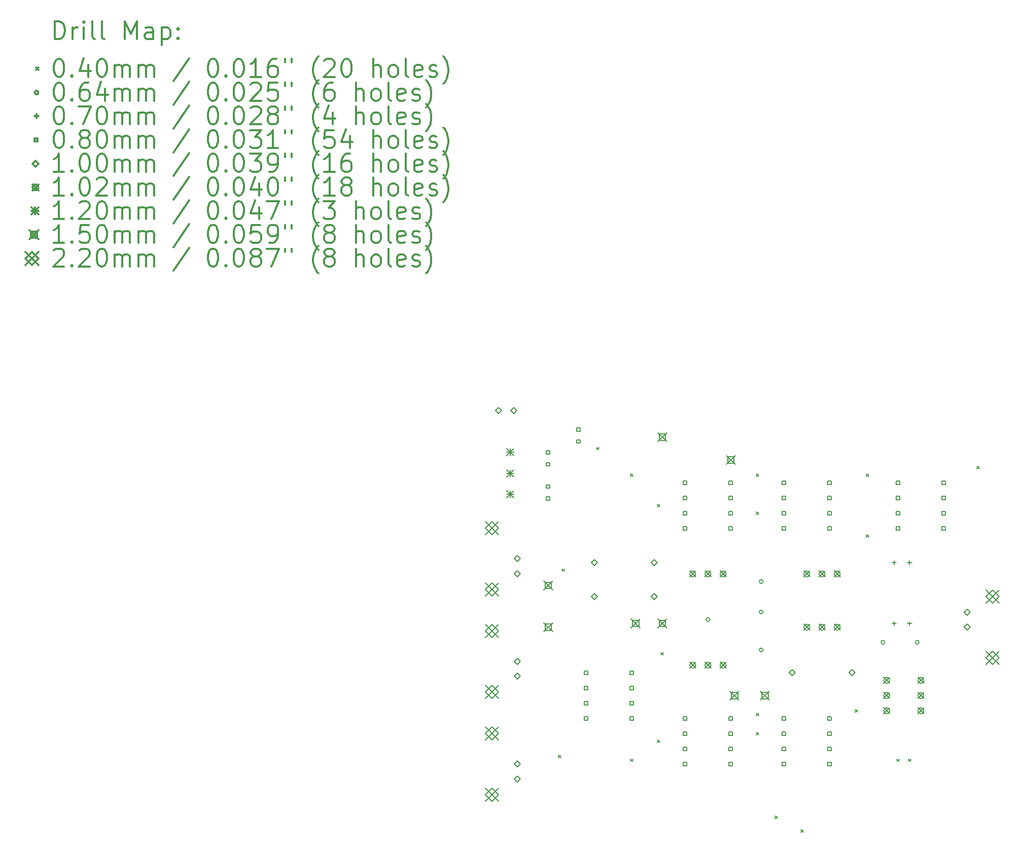
<source format=gbr>
%FSLAX45Y45*%
G04 Gerber Fmt 4.5, Leading zero omitted, Abs format (unit mm)*
G04 Created by KiCad (PCBNEW 4.0.1-stable) date 30/08/2016 2:09:57 p.m.*
%MOMM*%
G01*
G04 APERTURE LIST*
%ADD10C,0.127000*%
%ADD11C,0.200000*%
%ADD12C,0.300000*%
G04 APERTURE END LIST*
D10*
D11*
X1948500Y-6203000D02*
X1988500Y-6243000D01*
X1988500Y-6203000D02*
X1948500Y-6243000D01*
X2012000Y-3091500D02*
X2052000Y-3131500D01*
X2052000Y-3091500D02*
X2012000Y-3131500D01*
X2583500Y-1059500D02*
X2623500Y-1099500D01*
X2623500Y-1059500D02*
X2583500Y-1099500D01*
X3155000Y-1504000D02*
X3195000Y-1544000D01*
X3195000Y-1504000D02*
X3155000Y-1544000D01*
X3155000Y-6266500D02*
X3195000Y-6306500D01*
X3195000Y-6266500D02*
X3155000Y-6306500D01*
X3599500Y-2012000D02*
X3639500Y-2052000D01*
X3639500Y-2012000D02*
X3599500Y-2052000D01*
X3599500Y-5949000D02*
X3639500Y-5989000D01*
X3639500Y-5949000D02*
X3599500Y-5989000D01*
X3663000Y-4488500D02*
X3703000Y-4528500D01*
X3703000Y-4488500D02*
X3663000Y-4528500D01*
X5250500Y-1504000D02*
X5290500Y-1544000D01*
X5290500Y-1504000D02*
X5250500Y-1544000D01*
X5250500Y-2139000D02*
X5290500Y-2179000D01*
X5290500Y-2139000D02*
X5250500Y-2179000D01*
X5250500Y-5504500D02*
X5290500Y-5544500D01*
X5290500Y-5504500D02*
X5250500Y-5544500D01*
X5250500Y-5822000D02*
X5290500Y-5862000D01*
X5290500Y-5822000D02*
X5250500Y-5862000D01*
X5568000Y-7219000D02*
X5608000Y-7259000D01*
X5608000Y-7219000D02*
X5568000Y-7259000D01*
X5999800Y-7447600D02*
X6039800Y-7487600D01*
X6039800Y-7447600D02*
X5999800Y-7487600D01*
X6901500Y-5441000D02*
X6941500Y-5481000D01*
X6941500Y-5441000D02*
X6901500Y-5481000D01*
X7092000Y-1504000D02*
X7132000Y-1544000D01*
X7132000Y-1504000D02*
X7092000Y-1544000D01*
X7092000Y-2520000D02*
X7132000Y-2560000D01*
X7132000Y-2520000D02*
X7092000Y-2560000D01*
X7600000Y-6266500D02*
X7640000Y-6306500D01*
X7640000Y-6266500D02*
X7600000Y-6306500D01*
X7790500Y-6266500D02*
X7830500Y-6306500D01*
X7830500Y-6266500D02*
X7790500Y-6306500D01*
X8933500Y-1377000D02*
X8973500Y-1417000D01*
X8973500Y-1377000D02*
X8933500Y-1417000D01*
X4476750Y-3937000D02*
G75*
G03X4476750Y-3937000I-31750J0D01*
G01*
X5365750Y-3302000D02*
G75*
G03X5365750Y-3302000I-31750J0D01*
G01*
X5365750Y-3810000D02*
G75*
G03X5365750Y-3810000I-31750J0D01*
G01*
X5365750Y-4445000D02*
G75*
G03X5365750Y-4445000I-31750J0D01*
G01*
X7397750Y-4318000D02*
G75*
G03X7397750Y-4318000I-31750J0D01*
G01*
X7969250Y-4318000D02*
G75*
G03X7969250Y-4318000I-31750J0D01*
G01*
X7556246Y-2949396D02*
X7556246Y-3019500D01*
X7521194Y-2984448D02*
X7591298Y-2984448D01*
X7556246Y-3965396D02*
X7556246Y-4035500D01*
X7521194Y-4000448D02*
X7591298Y-4000448D01*
X7810754Y-2949500D02*
X7810754Y-3019604D01*
X7775702Y-2984552D02*
X7845806Y-2984552D01*
X7810754Y-3965500D02*
X7810754Y-4035604D01*
X7775702Y-4000552D02*
X7845806Y-4000552D01*
X1806284Y-1171285D02*
X1806284Y-1114716D01*
X1749715Y-1114716D01*
X1749715Y-1171285D01*
X1806284Y-1171285D01*
X1806284Y-1371285D02*
X1806284Y-1314716D01*
X1749715Y-1314716D01*
X1749715Y-1371285D01*
X1806284Y-1371285D01*
X1806284Y-1742784D02*
X1806284Y-1686215D01*
X1749715Y-1686215D01*
X1749715Y-1742784D01*
X1806284Y-1742784D01*
X1806284Y-1942784D02*
X1806284Y-1886215D01*
X1749715Y-1886215D01*
X1749715Y-1942784D01*
X1806284Y-1942784D01*
X2314285Y-790284D02*
X2314285Y-733715D01*
X2257716Y-733715D01*
X2257716Y-790284D01*
X2314285Y-790284D01*
X2314285Y-990284D02*
X2314285Y-933715D01*
X2257716Y-933715D01*
X2257716Y-990284D01*
X2314285Y-990284D01*
X2441285Y-4854285D02*
X2441285Y-4797716D01*
X2384716Y-4797716D01*
X2384716Y-4854285D01*
X2441285Y-4854285D01*
X2441285Y-5108285D02*
X2441285Y-5051716D01*
X2384716Y-5051716D01*
X2384716Y-5108285D01*
X2441285Y-5108285D01*
X2441285Y-5362285D02*
X2441285Y-5305716D01*
X2384716Y-5305716D01*
X2384716Y-5362285D01*
X2441285Y-5362285D01*
X2441285Y-5616284D02*
X2441285Y-5559716D01*
X2384716Y-5559716D01*
X2384716Y-5616284D01*
X2441285Y-5616284D01*
X3203284Y-4854285D02*
X3203284Y-4797716D01*
X3146715Y-4797716D01*
X3146715Y-4854285D01*
X3203284Y-4854285D01*
X3203284Y-5108285D02*
X3203284Y-5051716D01*
X3146715Y-5051716D01*
X3146715Y-5108285D01*
X3203284Y-5108285D01*
X3203284Y-5362285D02*
X3203284Y-5305716D01*
X3146715Y-5305716D01*
X3146715Y-5362285D01*
X3203284Y-5362285D01*
X3203284Y-5616284D02*
X3203284Y-5559716D01*
X3146715Y-5559716D01*
X3146715Y-5616284D01*
X3203284Y-5616284D01*
X4092284Y-1679284D02*
X4092284Y-1622715D01*
X4035715Y-1622715D01*
X4035715Y-1679284D01*
X4092284Y-1679284D01*
X4092284Y-1933284D02*
X4092284Y-1876715D01*
X4035715Y-1876715D01*
X4035715Y-1933284D01*
X4092284Y-1933284D01*
X4092284Y-2187285D02*
X4092284Y-2130716D01*
X4035715Y-2130716D01*
X4035715Y-2187285D01*
X4092284Y-2187285D01*
X4092284Y-2441285D02*
X4092284Y-2384716D01*
X4035715Y-2384716D01*
X4035715Y-2441285D01*
X4092284Y-2441285D01*
X4092284Y-5616284D02*
X4092284Y-5559716D01*
X4035715Y-5559716D01*
X4035715Y-5616284D01*
X4092284Y-5616284D01*
X4092284Y-5870284D02*
X4092284Y-5813715D01*
X4035715Y-5813715D01*
X4035715Y-5870284D01*
X4092284Y-5870284D01*
X4092284Y-6124284D02*
X4092284Y-6067715D01*
X4035715Y-6067715D01*
X4035715Y-6124284D01*
X4092284Y-6124284D01*
X4092284Y-6378284D02*
X4092284Y-6321715D01*
X4035715Y-6321715D01*
X4035715Y-6378284D01*
X4092284Y-6378284D01*
X4854285Y-1679284D02*
X4854285Y-1622715D01*
X4797716Y-1622715D01*
X4797716Y-1679284D01*
X4854285Y-1679284D01*
X4854285Y-1933284D02*
X4854285Y-1876715D01*
X4797716Y-1876715D01*
X4797716Y-1933284D01*
X4854285Y-1933284D01*
X4854285Y-2187285D02*
X4854285Y-2130716D01*
X4797716Y-2130716D01*
X4797716Y-2187285D01*
X4854285Y-2187285D01*
X4854285Y-2441285D02*
X4854285Y-2384716D01*
X4797716Y-2384716D01*
X4797716Y-2441285D01*
X4854285Y-2441285D01*
X4854285Y-5616284D02*
X4854285Y-5559716D01*
X4797716Y-5559716D01*
X4797716Y-5616284D01*
X4854285Y-5616284D01*
X4854285Y-5870284D02*
X4854285Y-5813715D01*
X4797716Y-5813715D01*
X4797716Y-5870284D01*
X4854285Y-5870284D01*
X4854285Y-6124284D02*
X4854285Y-6067715D01*
X4797716Y-6067715D01*
X4797716Y-6124284D01*
X4854285Y-6124284D01*
X4854285Y-6378284D02*
X4854285Y-6321715D01*
X4797716Y-6321715D01*
X4797716Y-6378284D01*
X4854285Y-6378284D01*
X5743284Y-1679284D02*
X5743284Y-1622715D01*
X5686715Y-1622715D01*
X5686715Y-1679284D01*
X5743284Y-1679284D01*
X5743284Y-1933284D02*
X5743284Y-1876715D01*
X5686715Y-1876715D01*
X5686715Y-1933284D01*
X5743284Y-1933284D01*
X5743284Y-2187285D02*
X5743284Y-2130716D01*
X5686715Y-2130716D01*
X5686715Y-2187285D01*
X5743284Y-2187285D01*
X5743284Y-2441285D02*
X5743284Y-2384716D01*
X5686715Y-2384716D01*
X5686715Y-2441285D01*
X5743284Y-2441285D01*
X5743284Y-5616284D02*
X5743284Y-5559716D01*
X5686715Y-5559716D01*
X5686715Y-5616284D01*
X5743284Y-5616284D01*
X5743284Y-5870284D02*
X5743284Y-5813715D01*
X5686715Y-5813715D01*
X5686715Y-5870284D01*
X5743284Y-5870284D01*
X5743284Y-6124284D02*
X5743284Y-6067715D01*
X5686715Y-6067715D01*
X5686715Y-6124284D01*
X5743284Y-6124284D01*
X5743284Y-6378284D02*
X5743284Y-6321715D01*
X5686715Y-6321715D01*
X5686715Y-6378284D01*
X5743284Y-6378284D01*
X6505284Y-1679284D02*
X6505284Y-1622715D01*
X6448715Y-1622715D01*
X6448715Y-1679284D01*
X6505284Y-1679284D01*
X6505284Y-1933284D02*
X6505284Y-1876715D01*
X6448715Y-1876715D01*
X6448715Y-1933284D01*
X6505284Y-1933284D01*
X6505284Y-2187285D02*
X6505284Y-2130716D01*
X6448715Y-2130716D01*
X6448715Y-2187285D01*
X6505284Y-2187285D01*
X6505284Y-2441285D02*
X6505284Y-2384716D01*
X6448715Y-2384716D01*
X6448715Y-2441285D01*
X6505284Y-2441285D01*
X6505284Y-5616284D02*
X6505284Y-5559716D01*
X6448715Y-5559716D01*
X6448715Y-5616284D01*
X6505284Y-5616284D01*
X6505284Y-5870284D02*
X6505284Y-5813715D01*
X6448715Y-5813715D01*
X6448715Y-5870284D01*
X6505284Y-5870284D01*
X6505284Y-6124284D02*
X6505284Y-6067715D01*
X6448715Y-6067715D01*
X6448715Y-6124284D01*
X6505284Y-6124284D01*
X6505284Y-6378284D02*
X6505284Y-6321715D01*
X6448715Y-6321715D01*
X6448715Y-6378284D01*
X6505284Y-6378284D01*
X7648284Y-1679284D02*
X7648284Y-1622715D01*
X7591715Y-1622715D01*
X7591715Y-1679284D01*
X7648284Y-1679284D01*
X7648284Y-1933284D02*
X7648284Y-1876715D01*
X7591715Y-1876715D01*
X7591715Y-1933284D01*
X7648284Y-1933284D01*
X7648284Y-2187285D02*
X7648284Y-2130716D01*
X7591715Y-2130716D01*
X7591715Y-2187285D01*
X7648284Y-2187285D01*
X7648284Y-2441285D02*
X7648284Y-2384716D01*
X7591715Y-2384716D01*
X7591715Y-2441285D01*
X7648284Y-2441285D01*
X8410285Y-1679284D02*
X8410285Y-1622715D01*
X8353715Y-1622715D01*
X8353715Y-1679284D01*
X8410285Y-1679284D01*
X8410285Y-1933284D02*
X8410285Y-1876715D01*
X8353715Y-1876715D01*
X8353715Y-1933284D01*
X8410285Y-1933284D01*
X8410285Y-2187285D02*
X8410285Y-2130716D01*
X8353715Y-2130716D01*
X8353715Y-2187285D01*
X8410285Y-2187285D01*
X8410285Y-2441285D02*
X8410285Y-2384716D01*
X8353715Y-2384716D01*
X8353715Y-2441285D01*
X8410285Y-2441285D01*
X952500Y-494538D02*
X1002538Y-444500D01*
X952500Y-394462D01*
X902462Y-444500D01*
X952500Y-494538D01*
X1206500Y-494538D02*
X1256538Y-444500D01*
X1206500Y-394462D01*
X1156462Y-444500D01*
X1206500Y-494538D01*
X1262126Y-2971038D02*
X1312164Y-2921000D01*
X1262126Y-2870962D01*
X1212088Y-2921000D01*
X1262126Y-2971038D01*
X1262126Y-3220974D02*
X1312164Y-3170936D01*
X1262126Y-3120898D01*
X1212088Y-3170936D01*
X1262126Y-3220974D01*
X1262126Y-4685538D02*
X1312164Y-4635500D01*
X1262126Y-4585462D01*
X1212088Y-4635500D01*
X1262126Y-4685538D01*
X1262126Y-4935474D02*
X1312164Y-4885436D01*
X1262126Y-4835398D01*
X1212088Y-4885436D01*
X1262126Y-4935474D01*
X1262126Y-6400038D02*
X1312164Y-6350000D01*
X1262126Y-6299962D01*
X1212088Y-6350000D01*
X1262126Y-6400038D01*
X1262126Y-6649974D02*
X1312164Y-6599936D01*
X1262126Y-6549898D01*
X1212088Y-6599936D01*
X1262126Y-6649974D01*
X2547874Y-3034538D02*
X2597912Y-2984500D01*
X2547874Y-2934462D01*
X2497836Y-2984500D01*
X2547874Y-3034538D01*
X2547874Y-3606038D02*
X2597912Y-3556000D01*
X2547874Y-3505962D01*
X2497836Y-3556000D01*
X2547874Y-3606038D01*
X3548126Y-3034538D02*
X3598164Y-2984500D01*
X3548126Y-2934462D01*
X3498088Y-2984500D01*
X3548126Y-3034538D01*
X3548126Y-3606038D02*
X3598164Y-3556000D01*
X3548126Y-3505962D01*
X3498088Y-3556000D01*
X3548126Y-3606038D01*
X5849874Y-4876038D02*
X5899912Y-4826000D01*
X5849874Y-4775962D01*
X5799836Y-4826000D01*
X5849874Y-4876038D01*
X6850126Y-4876038D02*
X6900164Y-4826000D01*
X6850126Y-4775962D01*
X6800088Y-4826000D01*
X6850126Y-4876038D01*
X8770874Y-3864102D02*
X8820912Y-3814064D01*
X8770874Y-3764026D01*
X8720836Y-3814064D01*
X8770874Y-3864102D01*
X8770874Y-4114038D02*
X8820912Y-4064000D01*
X8770874Y-4013962D01*
X8720836Y-4064000D01*
X8770874Y-4114038D01*
X4140200Y-3124200D02*
X4241800Y-3225800D01*
X4241800Y-3124200D02*
X4140200Y-3225800D01*
X4241800Y-3175000D02*
G75*
G03X4241800Y-3175000I-50800J0D01*
G01*
X4140200Y-4648200D02*
X4241800Y-4749800D01*
X4241800Y-4648200D02*
X4140200Y-4749800D01*
X4241800Y-4699000D02*
G75*
G03X4241800Y-4699000I-50800J0D01*
G01*
X4394200Y-3124200D02*
X4495800Y-3225800D01*
X4495800Y-3124200D02*
X4394200Y-3225800D01*
X4495800Y-3175000D02*
G75*
G03X4495800Y-3175000I-50800J0D01*
G01*
X4394200Y-4648200D02*
X4495800Y-4749800D01*
X4495800Y-4648200D02*
X4394200Y-4749800D01*
X4495800Y-4699000D02*
G75*
G03X4495800Y-4699000I-50800J0D01*
G01*
X4648200Y-3124200D02*
X4749800Y-3225800D01*
X4749800Y-3124200D02*
X4648200Y-3225800D01*
X4749800Y-3175000D02*
G75*
G03X4749800Y-3175000I-50800J0D01*
G01*
X4648200Y-4648200D02*
X4749800Y-4749800D01*
X4749800Y-4648200D02*
X4648200Y-4749800D01*
X4749800Y-4699000D02*
G75*
G03X4749800Y-4699000I-50800J0D01*
G01*
X6045200Y-3124200D02*
X6146800Y-3225800D01*
X6146800Y-3124200D02*
X6045200Y-3225800D01*
X6146800Y-3175000D02*
G75*
G03X6146800Y-3175000I-50800J0D01*
G01*
X6045200Y-4013200D02*
X6146800Y-4114800D01*
X6146800Y-4013200D02*
X6045200Y-4114800D01*
X6146800Y-4064000D02*
G75*
G03X6146800Y-4064000I-50800J0D01*
G01*
X6299200Y-3124200D02*
X6400800Y-3225800D01*
X6400800Y-3124200D02*
X6299200Y-3225800D01*
X6400800Y-3175000D02*
G75*
G03X6400800Y-3175000I-50800J0D01*
G01*
X6299200Y-4013200D02*
X6400800Y-4114800D01*
X6400800Y-4013200D02*
X6299200Y-4114800D01*
X6400800Y-4064000D02*
G75*
G03X6400800Y-4064000I-50800J0D01*
G01*
X6553200Y-3124200D02*
X6654800Y-3225800D01*
X6654800Y-3124200D02*
X6553200Y-3225800D01*
X6654800Y-3175000D02*
G75*
G03X6654800Y-3175000I-50800J0D01*
G01*
X6553200Y-4013200D02*
X6654800Y-4114800D01*
X6654800Y-4013200D02*
X6553200Y-4114800D01*
X6654800Y-4064000D02*
G75*
G03X6654800Y-4064000I-50800J0D01*
G01*
X7378700Y-4902200D02*
X7480300Y-5003800D01*
X7480300Y-4902200D02*
X7378700Y-5003800D01*
X7480300Y-4953000D02*
G75*
G03X7480300Y-4953000I-50800J0D01*
G01*
X7378700Y-5156200D02*
X7480300Y-5257800D01*
X7480300Y-5156200D02*
X7378700Y-5257800D01*
X7480300Y-5207000D02*
G75*
G03X7480300Y-5207000I-50800J0D01*
G01*
X7378700Y-5410200D02*
X7480300Y-5511800D01*
X7480300Y-5410200D02*
X7378700Y-5511800D01*
X7480300Y-5461000D02*
G75*
G03X7480300Y-5461000I-50800J0D01*
G01*
X7950200Y-4902200D02*
X8051800Y-5003800D01*
X8051800Y-4902200D02*
X7950200Y-5003800D01*
X8051800Y-4953000D02*
G75*
G03X8051800Y-4953000I-50800J0D01*
G01*
X7950200Y-5156200D02*
X8051800Y-5257800D01*
X8051800Y-5156200D02*
X7950200Y-5257800D01*
X8051800Y-5207000D02*
G75*
G03X8051800Y-5207000I-50800J0D01*
G01*
X7950200Y-5410200D02*
X8051800Y-5511800D01*
X8051800Y-5410200D02*
X7950200Y-5511800D01*
X8051800Y-5461000D02*
G75*
G03X8051800Y-5461000I-50800J0D01*
G01*
X1083000Y-1083000D02*
X1203000Y-1203000D01*
X1203000Y-1083000D02*
X1083000Y-1203000D01*
X1143000Y-1083000D02*
X1143000Y-1203000D01*
X1083000Y-1143000D02*
X1203000Y-1143000D01*
X1083000Y-1433000D02*
X1203000Y-1553000D01*
X1203000Y-1433000D02*
X1083000Y-1553000D01*
X1143000Y-1433000D02*
X1143000Y-1553000D01*
X1083000Y-1493000D02*
X1203000Y-1493000D01*
X1083000Y-1783000D02*
X1203000Y-1903000D01*
X1203000Y-1783000D02*
X1083000Y-1903000D01*
X1143000Y-1783000D02*
X1143000Y-1903000D01*
X1083000Y-1843000D02*
X1203000Y-1843000D01*
X1703000Y-3290500D02*
X1853000Y-3440500D01*
X1853000Y-3290500D02*
X1703000Y-3440500D01*
X1831033Y-3418533D02*
X1831033Y-3312466D01*
X1724966Y-3312466D01*
X1724966Y-3418533D01*
X1831033Y-3418533D01*
X1703000Y-3989000D02*
X1853000Y-4139000D01*
X1853000Y-3989000D02*
X1703000Y-4139000D01*
X1831033Y-4117033D02*
X1831033Y-4010966D01*
X1724966Y-4010966D01*
X1724966Y-4117033D01*
X1831033Y-4117033D01*
X3163500Y-3925500D02*
X3313500Y-4075500D01*
X3313500Y-3925500D02*
X3163500Y-4075500D01*
X3291533Y-4053533D02*
X3291533Y-3947466D01*
X3185466Y-3947466D01*
X3185466Y-4053533D01*
X3291533Y-4053533D01*
X3608000Y-814000D02*
X3758000Y-964000D01*
X3758000Y-814000D02*
X3608000Y-964000D01*
X3736033Y-942033D02*
X3736033Y-835966D01*
X3629966Y-835966D01*
X3629966Y-942033D01*
X3736033Y-942033D01*
X3608000Y-3925500D02*
X3758000Y-4075500D01*
X3758000Y-3925500D02*
X3608000Y-4075500D01*
X3736033Y-4053533D02*
X3736033Y-3947466D01*
X3629966Y-3947466D01*
X3629966Y-4053533D01*
X3736033Y-4053533D01*
X4751000Y-1195000D02*
X4901000Y-1345000D01*
X4901000Y-1195000D02*
X4751000Y-1345000D01*
X4879034Y-1323034D02*
X4879034Y-1216967D01*
X4772967Y-1216967D01*
X4772967Y-1323034D01*
X4879034Y-1323034D01*
X4814500Y-5132000D02*
X4964500Y-5282000D01*
X4964500Y-5132000D02*
X4814500Y-5282000D01*
X4942534Y-5260034D02*
X4942534Y-5153967D01*
X4836467Y-5153967D01*
X4836467Y-5260034D01*
X4942534Y-5260034D01*
X5322500Y-5132000D02*
X5472500Y-5282000D01*
X5472500Y-5132000D02*
X5322500Y-5282000D01*
X5450534Y-5260034D02*
X5450534Y-5153967D01*
X5344467Y-5153967D01*
X5344467Y-5260034D01*
X5450534Y-5260034D01*
X725678Y-2300986D02*
X945642Y-2520950D01*
X945642Y-2300986D02*
X725678Y-2520950D01*
X835660Y-2520950D02*
X945642Y-2410968D01*
X835660Y-2300986D01*
X725678Y-2410968D01*
X835660Y-2520950D01*
X725678Y-3320796D02*
X945642Y-3540760D01*
X945642Y-3320796D02*
X725678Y-3540760D01*
X835660Y-3540760D02*
X945642Y-3430778D01*
X835660Y-3320796D01*
X725678Y-3430778D01*
X835660Y-3540760D01*
X725678Y-4015486D02*
X945642Y-4235450D01*
X945642Y-4015486D02*
X725678Y-4235450D01*
X835660Y-4235450D02*
X945642Y-4125468D01*
X835660Y-4015486D01*
X725678Y-4125468D01*
X835660Y-4235450D01*
X725678Y-5035296D02*
X945642Y-5255260D01*
X945642Y-5035296D02*
X725678Y-5255260D01*
X835660Y-5255260D02*
X945642Y-5145278D01*
X835660Y-5035296D01*
X725678Y-5145278D01*
X835660Y-5255260D01*
X725678Y-5729986D02*
X945642Y-5949950D01*
X945642Y-5729986D02*
X725678Y-5949950D01*
X835660Y-5949950D02*
X945642Y-5839968D01*
X835660Y-5729986D01*
X725678Y-5839968D01*
X835660Y-5949950D01*
X725678Y-6749796D02*
X945642Y-6969760D01*
X945642Y-6749796D02*
X725678Y-6969760D01*
X835660Y-6969760D02*
X945642Y-6859778D01*
X835660Y-6749796D01*
X725678Y-6859778D01*
X835660Y-6969760D01*
X9087358Y-3444240D02*
X9307322Y-3664204D01*
X9307322Y-3444240D02*
X9087358Y-3664204D01*
X9197340Y-3664204D02*
X9307322Y-3554222D01*
X9197340Y-3444240D01*
X9087358Y-3554222D01*
X9197340Y-3664204D01*
X9087358Y-4464050D02*
X9307322Y-4684014D01*
X9307322Y-4464050D02*
X9087358Y-4684014D01*
X9197340Y-4684014D02*
X9307322Y-4574032D01*
X9197340Y-4464050D01*
X9087358Y-4574032D01*
X9197340Y-4684014D01*
D12*
X-6459571Y5757286D02*
X-6459571Y6057286D01*
X-6388143Y6057286D01*
X-6345286Y6043000D01*
X-6316714Y6014429D01*
X-6302429Y5985857D01*
X-6288143Y5928714D01*
X-6288143Y5885857D01*
X-6302429Y5828714D01*
X-6316714Y5800143D01*
X-6345286Y5771571D01*
X-6388143Y5757286D01*
X-6459571Y5757286D01*
X-6159571Y5757286D02*
X-6159571Y5957286D01*
X-6159571Y5900143D02*
X-6145286Y5928714D01*
X-6131000Y5943000D01*
X-6102429Y5957286D01*
X-6073857Y5957286D01*
X-5973857Y5757286D02*
X-5973857Y5957286D01*
X-5973857Y6057286D02*
X-5988143Y6043000D01*
X-5973857Y6028714D01*
X-5959571Y6043000D01*
X-5973857Y6057286D01*
X-5973857Y6028714D01*
X-5788143Y5757286D02*
X-5816714Y5771571D01*
X-5831000Y5800143D01*
X-5831000Y6057286D01*
X-5631000Y5757286D02*
X-5659571Y5771571D01*
X-5673857Y5800143D01*
X-5673857Y6057286D01*
X-5288143Y5757286D02*
X-5288143Y6057286D01*
X-5188143Y5843000D01*
X-5088143Y6057286D01*
X-5088143Y5757286D01*
X-4816714Y5757286D02*
X-4816714Y5914429D01*
X-4831000Y5943000D01*
X-4859571Y5957286D01*
X-4916714Y5957286D01*
X-4945286Y5943000D01*
X-4816714Y5771571D02*
X-4845286Y5757286D01*
X-4916714Y5757286D01*
X-4945286Y5771571D01*
X-4959571Y5800143D01*
X-4959571Y5828714D01*
X-4945286Y5857286D01*
X-4916714Y5871571D01*
X-4845286Y5871571D01*
X-4816714Y5885857D01*
X-4673857Y5957286D02*
X-4673857Y5657286D01*
X-4673857Y5943000D02*
X-4645286Y5957286D01*
X-4588143Y5957286D01*
X-4559571Y5943000D01*
X-4545286Y5928714D01*
X-4531000Y5900143D01*
X-4531000Y5814429D01*
X-4545286Y5785857D01*
X-4559571Y5771571D01*
X-4588143Y5757286D01*
X-4645286Y5757286D01*
X-4673857Y5771571D01*
X-4402429Y5785857D02*
X-4388143Y5771571D01*
X-4402429Y5757286D01*
X-4416714Y5771571D01*
X-4402429Y5785857D01*
X-4402429Y5757286D01*
X-4402429Y5943000D02*
X-4388143Y5928714D01*
X-4402429Y5914429D01*
X-4416714Y5928714D01*
X-4402429Y5943000D01*
X-4402429Y5914429D01*
X-6771000Y5283000D02*
X-6731000Y5243000D01*
X-6731000Y5283000D02*
X-6771000Y5243000D01*
X-6402429Y5427286D02*
X-6373857Y5427286D01*
X-6345286Y5413000D01*
X-6331000Y5398714D01*
X-6316714Y5370143D01*
X-6302429Y5313000D01*
X-6302429Y5241571D01*
X-6316714Y5184429D01*
X-6331000Y5155857D01*
X-6345286Y5141571D01*
X-6373857Y5127286D01*
X-6402429Y5127286D01*
X-6431000Y5141571D01*
X-6445286Y5155857D01*
X-6459571Y5184429D01*
X-6473857Y5241571D01*
X-6473857Y5313000D01*
X-6459571Y5370143D01*
X-6445286Y5398714D01*
X-6431000Y5413000D01*
X-6402429Y5427286D01*
X-6173857Y5155857D02*
X-6159571Y5141571D01*
X-6173857Y5127286D01*
X-6188143Y5141571D01*
X-6173857Y5155857D01*
X-6173857Y5127286D01*
X-5902429Y5327286D02*
X-5902429Y5127286D01*
X-5973857Y5441571D02*
X-6045286Y5227286D01*
X-5859571Y5227286D01*
X-5688143Y5427286D02*
X-5659571Y5427286D01*
X-5631000Y5413000D01*
X-5616714Y5398714D01*
X-5602429Y5370143D01*
X-5588143Y5313000D01*
X-5588143Y5241571D01*
X-5602429Y5184429D01*
X-5616714Y5155857D01*
X-5631000Y5141571D01*
X-5659571Y5127286D01*
X-5688143Y5127286D01*
X-5716714Y5141571D01*
X-5731000Y5155857D01*
X-5745286Y5184429D01*
X-5759571Y5241571D01*
X-5759571Y5313000D01*
X-5745286Y5370143D01*
X-5731000Y5398714D01*
X-5716714Y5413000D01*
X-5688143Y5427286D01*
X-5459571Y5127286D02*
X-5459571Y5327286D01*
X-5459571Y5298714D02*
X-5445286Y5313000D01*
X-5416714Y5327286D01*
X-5373857Y5327286D01*
X-5345286Y5313000D01*
X-5331000Y5284429D01*
X-5331000Y5127286D01*
X-5331000Y5284429D02*
X-5316714Y5313000D01*
X-5288143Y5327286D01*
X-5245286Y5327286D01*
X-5216714Y5313000D01*
X-5202429Y5284429D01*
X-5202429Y5127286D01*
X-5059571Y5127286D02*
X-5059571Y5327286D01*
X-5059571Y5298714D02*
X-5045286Y5313000D01*
X-5016714Y5327286D01*
X-4973857Y5327286D01*
X-4945286Y5313000D01*
X-4931000Y5284429D01*
X-4931000Y5127286D01*
X-4931000Y5284429D02*
X-4916714Y5313000D01*
X-4888143Y5327286D01*
X-4845286Y5327286D01*
X-4816714Y5313000D01*
X-4802429Y5284429D01*
X-4802429Y5127286D01*
X-4216714Y5441571D02*
X-4473857Y5055857D01*
X-3831000Y5427286D02*
X-3802429Y5427286D01*
X-3773857Y5413000D01*
X-3759571Y5398714D01*
X-3745286Y5370143D01*
X-3731000Y5313000D01*
X-3731000Y5241571D01*
X-3745286Y5184429D01*
X-3759571Y5155857D01*
X-3773857Y5141571D01*
X-3802429Y5127286D01*
X-3831000Y5127286D01*
X-3859571Y5141571D01*
X-3873857Y5155857D01*
X-3888143Y5184429D01*
X-3902429Y5241571D01*
X-3902429Y5313000D01*
X-3888143Y5370143D01*
X-3873857Y5398714D01*
X-3859571Y5413000D01*
X-3831000Y5427286D01*
X-3602429Y5155857D02*
X-3588143Y5141571D01*
X-3602429Y5127286D01*
X-3616714Y5141571D01*
X-3602429Y5155857D01*
X-3602429Y5127286D01*
X-3402429Y5427286D02*
X-3373857Y5427286D01*
X-3345286Y5413000D01*
X-3331000Y5398714D01*
X-3316714Y5370143D01*
X-3302429Y5313000D01*
X-3302429Y5241571D01*
X-3316714Y5184429D01*
X-3331000Y5155857D01*
X-3345286Y5141571D01*
X-3373857Y5127286D01*
X-3402429Y5127286D01*
X-3431000Y5141571D01*
X-3445286Y5155857D01*
X-3459571Y5184429D01*
X-3473857Y5241571D01*
X-3473857Y5313000D01*
X-3459571Y5370143D01*
X-3445286Y5398714D01*
X-3431000Y5413000D01*
X-3402429Y5427286D01*
X-3016714Y5127286D02*
X-3188143Y5127286D01*
X-3102429Y5127286D02*
X-3102429Y5427286D01*
X-3131000Y5384429D01*
X-3159571Y5355857D01*
X-3188143Y5341571D01*
X-2759572Y5427286D02*
X-2816714Y5427286D01*
X-2845286Y5413000D01*
X-2859571Y5398714D01*
X-2888143Y5355857D01*
X-2902429Y5298714D01*
X-2902429Y5184429D01*
X-2888143Y5155857D01*
X-2873857Y5141571D01*
X-2845286Y5127286D01*
X-2788143Y5127286D01*
X-2759572Y5141571D01*
X-2745286Y5155857D01*
X-2731000Y5184429D01*
X-2731000Y5255857D01*
X-2745286Y5284429D01*
X-2759572Y5298714D01*
X-2788143Y5313000D01*
X-2845286Y5313000D01*
X-2873857Y5298714D01*
X-2888143Y5284429D01*
X-2902429Y5255857D01*
X-2616714Y5427286D02*
X-2616714Y5370143D01*
X-2502429Y5427286D02*
X-2502429Y5370143D01*
X-2059571Y5013000D02*
X-2073857Y5027286D01*
X-2102429Y5070143D01*
X-2116714Y5098714D01*
X-2131000Y5141571D01*
X-2145286Y5213000D01*
X-2145286Y5270143D01*
X-2131000Y5341571D01*
X-2116714Y5384429D01*
X-2102429Y5413000D01*
X-2073857Y5455857D01*
X-2059571Y5470143D01*
X-1959571Y5398714D02*
X-1945286Y5413000D01*
X-1916714Y5427286D01*
X-1845286Y5427286D01*
X-1816714Y5413000D01*
X-1802429Y5398714D01*
X-1788143Y5370143D01*
X-1788143Y5341571D01*
X-1802429Y5298714D01*
X-1973857Y5127286D01*
X-1788143Y5127286D01*
X-1602429Y5427286D02*
X-1573857Y5427286D01*
X-1545286Y5413000D01*
X-1531000Y5398714D01*
X-1516714Y5370143D01*
X-1502429Y5313000D01*
X-1502429Y5241571D01*
X-1516714Y5184429D01*
X-1531000Y5155857D01*
X-1545286Y5141571D01*
X-1573857Y5127286D01*
X-1602429Y5127286D01*
X-1631000Y5141571D01*
X-1645286Y5155857D01*
X-1659571Y5184429D01*
X-1673857Y5241571D01*
X-1673857Y5313000D01*
X-1659571Y5370143D01*
X-1645286Y5398714D01*
X-1631000Y5413000D01*
X-1602429Y5427286D01*
X-1145286Y5127286D02*
X-1145286Y5427286D01*
X-1016714Y5127286D02*
X-1016714Y5284429D01*
X-1031000Y5313000D01*
X-1059572Y5327286D01*
X-1102429Y5327286D01*
X-1131000Y5313000D01*
X-1145286Y5298714D01*
X-831000Y5127286D02*
X-859571Y5141571D01*
X-873857Y5155857D01*
X-888143Y5184429D01*
X-888143Y5270143D01*
X-873857Y5298714D01*
X-859571Y5313000D01*
X-831000Y5327286D01*
X-788143Y5327286D01*
X-759571Y5313000D01*
X-745286Y5298714D01*
X-731000Y5270143D01*
X-731000Y5184429D01*
X-745286Y5155857D01*
X-759571Y5141571D01*
X-788143Y5127286D01*
X-831000Y5127286D01*
X-559572Y5127286D02*
X-588143Y5141571D01*
X-602429Y5170143D01*
X-602429Y5427286D01*
X-331000Y5141571D02*
X-359571Y5127286D01*
X-416714Y5127286D01*
X-445286Y5141571D01*
X-459571Y5170143D01*
X-459571Y5284429D01*
X-445286Y5313000D01*
X-416714Y5327286D01*
X-359571Y5327286D01*
X-331000Y5313000D01*
X-316714Y5284429D01*
X-316714Y5255857D01*
X-459571Y5227286D01*
X-202428Y5141571D02*
X-173857Y5127286D01*
X-116714Y5127286D01*
X-88143Y5141571D01*
X-73857Y5170143D01*
X-73857Y5184429D01*
X-88143Y5213000D01*
X-116714Y5227286D01*
X-159571Y5227286D01*
X-188143Y5241571D01*
X-202428Y5270143D01*
X-202428Y5284429D01*
X-188143Y5313000D01*
X-159571Y5327286D01*
X-116714Y5327286D01*
X-88143Y5313000D01*
X26143Y5013000D02*
X40429Y5027286D01*
X69000Y5070143D01*
X83286Y5098714D01*
X97571Y5141571D01*
X111857Y5213000D01*
X111857Y5270143D01*
X97571Y5341571D01*
X83286Y5384429D01*
X69000Y5413000D01*
X40429Y5455857D01*
X26143Y5470143D01*
X-6731000Y4867000D02*
G75*
G03X-6731000Y4867000I-31750J0D01*
G01*
X-6402429Y5031286D02*
X-6373857Y5031286D01*
X-6345286Y5017000D01*
X-6331000Y5002714D01*
X-6316714Y4974143D01*
X-6302429Y4917000D01*
X-6302429Y4845571D01*
X-6316714Y4788429D01*
X-6331000Y4759857D01*
X-6345286Y4745571D01*
X-6373857Y4731286D01*
X-6402429Y4731286D01*
X-6431000Y4745571D01*
X-6445286Y4759857D01*
X-6459571Y4788429D01*
X-6473857Y4845571D01*
X-6473857Y4917000D01*
X-6459571Y4974143D01*
X-6445286Y5002714D01*
X-6431000Y5017000D01*
X-6402429Y5031286D01*
X-6173857Y4759857D02*
X-6159571Y4745571D01*
X-6173857Y4731286D01*
X-6188143Y4745571D01*
X-6173857Y4759857D01*
X-6173857Y4731286D01*
X-5902429Y5031286D02*
X-5959571Y5031286D01*
X-5988143Y5017000D01*
X-6002429Y5002714D01*
X-6031000Y4959857D01*
X-6045286Y4902714D01*
X-6045286Y4788429D01*
X-6031000Y4759857D01*
X-6016714Y4745571D01*
X-5988143Y4731286D01*
X-5931000Y4731286D01*
X-5902429Y4745571D01*
X-5888143Y4759857D01*
X-5873857Y4788429D01*
X-5873857Y4859857D01*
X-5888143Y4888429D01*
X-5902429Y4902714D01*
X-5931000Y4917000D01*
X-5988143Y4917000D01*
X-6016714Y4902714D01*
X-6031000Y4888429D01*
X-6045286Y4859857D01*
X-5616714Y4931286D02*
X-5616714Y4731286D01*
X-5688143Y5045571D02*
X-5759571Y4831286D01*
X-5573857Y4831286D01*
X-5459571Y4731286D02*
X-5459571Y4931286D01*
X-5459571Y4902714D02*
X-5445286Y4917000D01*
X-5416714Y4931286D01*
X-5373857Y4931286D01*
X-5345286Y4917000D01*
X-5331000Y4888429D01*
X-5331000Y4731286D01*
X-5331000Y4888429D02*
X-5316714Y4917000D01*
X-5288143Y4931286D01*
X-5245286Y4931286D01*
X-5216714Y4917000D01*
X-5202429Y4888429D01*
X-5202429Y4731286D01*
X-5059571Y4731286D02*
X-5059571Y4931286D01*
X-5059571Y4902714D02*
X-5045286Y4917000D01*
X-5016714Y4931286D01*
X-4973857Y4931286D01*
X-4945286Y4917000D01*
X-4931000Y4888429D01*
X-4931000Y4731286D01*
X-4931000Y4888429D02*
X-4916714Y4917000D01*
X-4888143Y4931286D01*
X-4845286Y4931286D01*
X-4816714Y4917000D01*
X-4802429Y4888429D01*
X-4802429Y4731286D01*
X-4216714Y5045571D02*
X-4473857Y4659857D01*
X-3831000Y5031286D02*
X-3802429Y5031286D01*
X-3773857Y5017000D01*
X-3759571Y5002714D01*
X-3745286Y4974143D01*
X-3731000Y4917000D01*
X-3731000Y4845571D01*
X-3745286Y4788429D01*
X-3759571Y4759857D01*
X-3773857Y4745571D01*
X-3802429Y4731286D01*
X-3831000Y4731286D01*
X-3859571Y4745571D01*
X-3873857Y4759857D01*
X-3888143Y4788429D01*
X-3902429Y4845571D01*
X-3902429Y4917000D01*
X-3888143Y4974143D01*
X-3873857Y5002714D01*
X-3859571Y5017000D01*
X-3831000Y5031286D01*
X-3602429Y4759857D02*
X-3588143Y4745571D01*
X-3602429Y4731286D01*
X-3616714Y4745571D01*
X-3602429Y4759857D01*
X-3602429Y4731286D01*
X-3402429Y5031286D02*
X-3373857Y5031286D01*
X-3345286Y5017000D01*
X-3331000Y5002714D01*
X-3316714Y4974143D01*
X-3302429Y4917000D01*
X-3302429Y4845571D01*
X-3316714Y4788429D01*
X-3331000Y4759857D01*
X-3345286Y4745571D01*
X-3373857Y4731286D01*
X-3402429Y4731286D01*
X-3431000Y4745571D01*
X-3445286Y4759857D01*
X-3459571Y4788429D01*
X-3473857Y4845571D01*
X-3473857Y4917000D01*
X-3459571Y4974143D01*
X-3445286Y5002714D01*
X-3431000Y5017000D01*
X-3402429Y5031286D01*
X-3188143Y5002714D02*
X-3173857Y5017000D01*
X-3145286Y5031286D01*
X-3073857Y5031286D01*
X-3045286Y5017000D01*
X-3031000Y5002714D01*
X-3016714Y4974143D01*
X-3016714Y4945571D01*
X-3031000Y4902714D01*
X-3202429Y4731286D01*
X-3016714Y4731286D01*
X-2745286Y5031286D02*
X-2888143Y5031286D01*
X-2902429Y4888429D01*
X-2888143Y4902714D01*
X-2859571Y4917000D01*
X-2788143Y4917000D01*
X-2759572Y4902714D01*
X-2745286Y4888429D01*
X-2731000Y4859857D01*
X-2731000Y4788429D01*
X-2745286Y4759857D01*
X-2759572Y4745571D01*
X-2788143Y4731286D01*
X-2859571Y4731286D01*
X-2888143Y4745571D01*
X-2902429Y4759857D01*
X-2616714Y5031286D02*
X-2616714Y4974143D01*
X-2502429Y5031286D02*
X-2502429Y4974143D01*
X-2059571Y4617000D02*
X-2073857Y4631286D01*
X-2102429Y4674143D01*
X-2116714Y4702714D01*
X-2131000Y4745571D01*
X-2145286Y4817000D01*
X-2145286Y4874143D01*
X-2131000Y4945571D01*
X-2116714Y4988429D01*
X-2102429Y5017000D01*
X-2073857Y5059857D01*
X-2059571Y5074143D01*
X-1816714Y5031286D02*
X-1873857Y5031286D01*
X-1902429Y5017000D01*
X-1916714Y5002714D01*
X-1945286Y4959857D01*
X-1959571Y4902714D01*
X-1959571Y4788429D01*
X-1945286Y4759857D01*
X-1931000Y4745571D01*
X-1902429Y4731286D01*
X-1845286Y4731286D01*
X-1816714Y4745571D01*
X-1802429Y4759857D01*
X-1788143Y4788429D01*
X-1788143Y4859857D01*
X-1802429Y4888429D01*
X-1816714Y4902714D01*
X-1845286Y4917000D01*
X-1902429Y4917000D01*
X-1931000Y4902714D01*
X-1945286Y4888429D01*
X-1959571Y4859857D01*
X-1431000Y4731286D02*
X-1431000Y5031286D01*
X-1302429Y4731286D02*
X-1302429Y4888429D01*
X-1316714Y4917000D01*
X-1345286Y4931286D01*
X-1388143Y4931286D01*
X-1416714Y4917000D01*
X-1431000Y4902714D01*
X-1116714Y4731286D02*
X-1145286Y4745571D01*
X-1159572Y4759857D01*
X-1173857Y4788429D01*
X-1173857Y4874143D01*
X-1159572Y4902714D01*
X-1145286Y4917000D01*
X-1116714Y4931286D01*
X-1073857Y4931286D01*
X-1045286Y4917000D01*
X-1031000Y4902714D01*
X-1016714Y4874143D01*
X-1016714Y4788429D01*
X-1031000Y4759857D01*
X-1045286Y4745571D01*
X-1073857Y4731286D01*
X-1116714Y4731286D01*
X-845286Y4731286D02*
X-873857Y4745571D01*
X-888143Y4774143D01*
X-888143Y5031286D01*
X-616714Y4745571D02*
X-645286Y4731286D01*
X-702429Y4731286D01*
X-731000Y4745571D01*
X-745286Y4774143D01*
X-745286Y4888429D01*
X-731000Y4917000D01*
X-702429Y4931286D01*
X-645286Y4931286D01*
X-616714Y4917000D01*
X-602429Y4888429D01*
X-602429Y4859857D01*
X-745286Y4831286D01*
X-488143Y4745571D02*
X-459571Y4731286D01*
X-402429Y4731286D01*
X-373857Y4745571D01*
X-359571Y4774143D01*
X-359571Y4788429D01*
X-373857Y4817000D01*
X-402429Y4831286D01*
X-445286Y4831286D01*
X-473857Y4845571D01*
X-488143Y4874143D01*
X-488143Y4888429D01*
X-473857Y4917000D01*
X-445286Y4931286D01*
X-402429Y4931286D01*
X-373857Y4917000D01*
X-259571Y4617000D02*
X-245286Y4631286D01*
X-216714Y4674143D01*
X-202429Y4702714D01*
X-188143Y4745571D01*
X-173857Y4817000D01*
X-173857Y4874143D01*
X-188143Y4945571D01*
X-202429Y4988429D01*
X-216714Y5017000D01*
X-245286Y5059857D01*
X-259571Y5074143D01*
X-6766052Y4506052D02*
X-6766052Y4435948D01*
X-6801104Y4471000D02*
X-6731000Y4471000D01*
X-6402429Y4635286D02*
X-6373857Y4635286D01*
X-6345286Y4621000D01*
X-6331000Y4606714D01*
X-6316714Y4578143D01*
X-6302429Y4521000D01*
X-6302429Y4449571D01*
X-6316714Y4392429D01*
X-6331000Y4363857D01*
X-6345286Y4349571D01*
X-6373857Y4335286D01*
X-6402429Y4335286D01*
X-6431000Y4349571D01*
X-6445286Y4363857D01*
X-6459571Y4392429D01*
X-6473857Y4449571D01*
X-6473857Y4521000D01*
X-6459571Y4578143D01*
X-6445286Y4606714D01*
X-6431000Y4621000D01*
X-6402429Y4635286D01*
X-6173857Y4363857D02*
X-6159571Y4349571D01*
X-6173857Y4335286D01*
X-6188143Y4349571D01*
X-6173857Y4363857D01*
X-6173857Y4335286D01*
X-6059571Y4635286D02*
X-5859571Y4635286D01*
X-5988143Y4335286D01*
X-5688143Y4635286D02*
X-5659571Y4635286D01*
X-5631000Y4621000D01*
X-5616714Y4606714D01*
X-5602429Y4578143D01*
X-5588143Y4521000D01*
X-5588143Y4449571D01*
X-5602429Y4392429D01*
X-5616714Y4363857D01*
X-5631000Y4349571D01*
X-5659571Y4335286D01*
X-5688143Y4335286D01*
X-5716714Y4349571D01*
X-5731000Y4363857D01*
X-5745286Y4392429D01*
X-5759571Y4449571D01*
X-5759571Y4521000D01*
X-5745286Y4578143D01*
X-5731000Y4606714D01*
X-5716714Y4621000D01*
X-5688143Y4635286D01*
X-5459571Y4335286D02*
X-5459571Y4535286D01*
X-5459571Y4506714D02*
X-5445286Y4521000D01*
X-5416714Y4535286D01*
X-5373857Y4535286D01*
X-5345286Y4521000D01*
X-5331000Y4492429D01*
X-5331000Y4335286D01*
X-5331000Y4492429D02*
X-5316714Y4521000D01*
X-5288143Y4535286D01*
X-5245286Y4535286D01*
X-5216714Y4521000D01*
X-5202429Y4492429D01*
X-5202429Y4335286D01*
X-5059571Y4335286D02*
X-5059571Y4535286D01*
X-5059571Y4506714D02*
X-5045286Y4521000D01*
X-5016714Y4535286D01*
X-4973857Y4535286D01*
X-4945286Y4521000D01*
X-4931000Y4492429D01*
X-4931000Y4335286D01*
X-4931000Y4492429D02*
X-4916714Y4521000D01*
X-4888143Y4535286D01*
X-4845286Y4535286D01*
X-4816714Y4521000D01*
X-4802429Y4492429D01*
X-4802429Y4335286D01*
X-4216714Y4649571D02*
X-4473857Y4263857D01*
X-3831000Y4635286D02*
X-3802429Y4635286D01*
X-3773857Y4621000D01*
X-3759571Y4606714D01*
X-3745286Y4578143D01*
X-3731000Y4521000D01*
X-3731000Y4449571D01*
X-3745286Y4392429D01*
X-3759571Y4363857D01*
X-3773857Y4349571D01*
X-3802429Y4335286D01*
X-3831000Y4335286D01*
X-3859571Y4349571D01*
X-3873857Y4363857D01*
X-3888143Y4392429D01*
X-3902429Y4449571D01*
X-3902429Y4521000D01*
X-3888143Y4578143D01*
X-3873857Y4606714D01*
X-3859571Y4621000D01*
X-3831000Y4635286D01*
X-3602429Y4363857D02*
X-3588143Y4349571D01*
X-3602429Y4335286D01*
X-3616714Y4349571D01*
X-3602429Y4363857D01*
X-3602429Y4335286D01*
X-3402429Y4635286D02*
X-3373857Y4635286D01*
X-3345286Y4621000D01*
X-3331000Y4606714D01*
X-3316714Y4578143D01*
X-3302429Y4521000D01*
X-3302429Y4449571D01*
X-3316714Y4392429D01*
X-3331000Y4363857D01*
X-3345286Y4349571D01*
X-3373857Y4335286D01*
X-3402429Y4335286D01*
X-3431000Y4349571D01*
X-3445286Y4363857D01*
X-3459571Y4392429D01*
X-3473857Y4449571D01*
X-3473857Y4521000D01*
X-3459571Y4578143D01*
X-3445286Y4606714D01*
X-3431000Y4621000D01*
X-3402429Y4635286D01*
X-3188143Y4606714D02*
X-3173857Y4621000D01*
X-3145286Y4635286D01*
X-3073857Y4635286D01*
X-3045286Y4621000D01*
X-3031000Y4606714D01*
X-3016714Y4578143D01*
X-3016714Y4549571D01*
X-3031000Y4506714D01*
X-3202429Y4335286D01*
X-3016714Y4335286D01*
X-2845286Y4506714D02*
X-2873857Y4521000D01*
X-2888143Y4535286D01*
X-2902429Y4563857D01*
X-2902429Y4578143D01*
X-2888143Y4606714D01*
X-2873857Y4621000D01*
X-2845286Y4635286D01*
X-2788143Y4635286D01*
X-2759572Y4621000D01*
X-2745286Y4606714D01*
X-2731000Y4578143D01*
X-2731000Y4563857D01*
X-2745286Y4535286D01*
X-2759572Y4521000D01*
X-2788143Y4506714D01*
X-2845286Y4506714D01*
X-2873857Y4492429D01*
X-2888143Y4478143D01*
X-2902429Y4449571D01*
X-2902429Y4392429D01*
X-2888143Y4363857D01*
X-2873857Y4349571D01*
X-2845286Y4335286D01*
X-2788143Y4335286D01*
X-2759572Y4349571D01*
X-2745286Y4363857D01*
X-2731000Y4392429D01*
X-2731000Y4449571D01*
X-2745286Y4478143D01*
X-2759572Y4492429D01*
X-2788143Y4506714D01*
X-2616714Y4635286D02*
X-2616714Y4578143D01*
X-2502429Y4635286D02*
X-2502429Y4578143D01*
X-2059571Y4221000D02*
X-2073857Y4235286D01*
X-2102429Y4278143D01*
X-2116714Y4306714D01*
X-2131000Y4349571D01*
X-2145286Y4421000D01*
X-2145286Y4478143D01*
X-2131000Y4549571D01*
X-2116714Y4592429D01*
X-2102429Y4621000D01*
X-2073857Y4663857D01*
X-2059571Y4678143D01*
X-1816714Y4535286D02*
X-1816714Y4335286D01*
X-1888143Y4649571D02*
X-1959571Y4435286D01*
X-1773857Y4435286D01*
X-1431000Y4335286D02*
X-1431000Y4635286D01*
X-1302429Y4335286D02*
X-1302429Y4492429D01*
X-1316714Y4521000D01*
X-1345286Y4535286D01*
X-1388143Y4535286D01*
X-1416714Y4521000D01*
X-1431000Y4506714D01*
X-1116714Y4335286D02*
X-1145286Y4349571D01*
X-1159572Y4363857D01*
X-1173857Y4392429D01*
X-1173857Y4478143D01*
X-1159572Y4506714D01*
X-1145286Y4521000D01*
X-1116714Y4535286D01*
X-1073857Y4535286D01*
X-1045286Y4521000D01*
X-1031000Y4506714D01*
X-1016714Y4478143D01*
X-1016714Y4392429D01*
X-1031000Y4363857D01*
X-1045286Y4349571D01*
X-1073857Y4335286D01*
X-1116714Y4335286D01*
X-845286Y4335286D02*
X-873857Y4349571D01*
X-888143Y4378143D01*
X-888143Y4635286D01*
X-616714Y4349571D02*
X-645286Y4335286D01*
X-702429Y4335286D01*
X-731000Y4349571D01*
X-745286Y4378143D01*
X-745286Y4492429D01*
X-731000Y4521000D01*
X-702429Y4535286D01*
X-645286Y4535286D01*
X-616714Y4521000D01*
X-602429Y4492429D01*
X-602429Y4463857D01*
X-745286Y4435286D01*
X-488143Y4349571D02*
X-459571Y4335286D01*
X-402429Y4335286D01*
X-373857Y4349571D01*
X-359571Y4378143D01*
X-359571Y4392429D01*
X-373857Y4421000D01*
X-402429Y4435286D01*
X-445286Y4435286D01*
X-473857Y4449571D01*
X-488143Y4478143D01*
X-488143Y4492429D01*
X-473857Y4521000D01*
X-445286Y4535286D01*
X-402429Y4535286D01*
X-373857Y4521000D01*
X-259571Y4221000D02*
X-245286Y4235286D01*
X-216714Y4278143D01*
X-202429Y4306714D01*
X-188143Y4349571D01*
X-173857Y4421000D01*
X-173857Y4478143D01*
X-188143Y4549571D01*
X-202429Y4592429D01*
X-216714Y4621000D01*
X-245286Y4663857D01*
X-259571Y4678143D01*
X-6742715Y4046715D02*
X-6742715Y4103284D01*
X-6799284Y4103284D01*
X-6799284Y4046715D01*
X-6742715Y4046715D01*
X-6402429Y4239286D02*
X-6373857Y4239286D01*
X-6345286Y4225000D01*
X-6331000Y4210714D01*
X-6316714Y4182143D01*
X-6302429Y4125000D01*
X-6302429Y4053571D01*
X-6316714Y3996429D01*
X-6331000Y3967857D01*
X-6345286Y3953571D01*
X-6373857Y3939286D01*
X-6402429Y3939286D01*
X-6431000Y3953571D01*
X-6445286Y3967857D01*
X-6459571Y3996429D01*
X-6473857Y4053571D01*
X-6473857Y4125000D01*
X-6459571Y4182143D01*
X-6445286Y4210714D01*
X-6431000Y4225000D01*
X-6402429Y4239286D01*
X-6173857Y3967857D02*
X-6159571Y3953571D01*
X-6173857Y3939286D01*
X-6188143Y3953571D01*
X-6173857Y3967857D01*
X-6173857Y3939286D01*
X-5988143Y4110714D02*
X-6016714Y4125000D01*
X-6031000Y4139286D01*
X-6045286Y4167857D01*
X-6045286Y4182143D01*
X-6031000Y4210714D01*
X-6016714Y4225000D01*
X-5988143Y4239286D01*
X-5931000Y4239286D01*
X-5902429Y4225000D01*
X-5888143Y4210714D01*
X-5873857Y4182143D01*
X-5873857Y4167857D01*
X-5888143Y4139286D01*
X-5902429Y4125000D01*
X-5931000Y4110714D01*
X-5988143Y4110714D01*
X-6016714Y4096429D01*
X-6031000Y4082143D01*
X-6045286Y4053571D01*
X-6045286Y3996429D01*
X-6031000Y3967857D01*
X-6016714Y3953571D01*
X-5988143Y3939286D01*
X-5931000Y3939286D01*
X-5902429Y3953571D01*
X-5888143Y3967857D01*
X-5873857Y3996429D01*
X-5873857Y4053571D01*
X-5888143Y4082143D01*
X-5902429Y4096429D01*
X-5931000Y4110714D01*
X-5688143Y4239286D02*
X-5659571Y4239286D01*
X-5631000Y4225000D01*
X-5616714Y4210714D01*
X-5602429Y4182143D01*
X-5588143Y4125000D01*
X-5588143Y4053571D01*
X-5602429Y3996429D01*
X-5616714Y3967857D01*
X-5631000Y3953571D01*
X-5659571Y3939286D01*
X-5688143Y3939286D01*
X-5716714Y3953571D01*
X-5731000Y3967857D01*
X-5745286Y3996429D01*
X-5759571Y4053571D01*
X-5759571Y4125000D01*
X-5745286Y4182143D01*
X-5731000Y4210714D01*
X-5716714Y4225000D01*
X-5688143Y4239286D01*
X-5459571Y3939286D02*
X-5459571Y4139286D01*
X-5459571Y4110714D02*
X-5445286Y4125000D01*
X-5416714Y4139286D01*
X-5373857Y4139286D01*
X-5345286Y4125000D01*
X-5331000Y4096429D01*
X-5331000Y3939286D01*
X-5331000Y4096429D02*
X-5316714Y4125000D01*
X-5288143Y4139286D01*
X-5245286Y4139286D01*
X-5216714Y4125000D01*
X-5202429Y4096429D01*
X-5202429Y3939286D01*
X-5059571Y3939286D02*
X-5059571Y4139286D01*
X-5059571Y4110714D02*
X-5045286Y4125000D01*
X-5016714Y4139286D01*
X-4973857Y4139286D01*
X-4945286Y4125000D01*
X-4931000Y4096429D01*
X-4931000Y3939286D01*
X-4931000Y4096429D02*
X-4916714Y4125000D01*
X-4888143Y4139286D01*
X-4845286Y4139286D01*
X-4816714Y4125000D01*
X-4802429Y4096429D01*
X-4802429Y3939286D01*
X-4216714Y4253571D02*
X-4473857Y3867857D01*
X-3831000Y4239286D02*
X-3802429Y4239286D01*
X-3773857Y4225000D01*
X-3759571Y4210714D01*
X-3745286Y4182143D01*
X-3731000Y4125000D01*
X-3731000Y4053571D01*
X-3745286Y3996429D01*
X-3759571Y3967857D01*
X-3773857Y3953571D01*
X-3802429Y3939286D01*
X-3831000Y3939286D01*
X-3859571Y3953571D01*
X-3873857Y3967857D01*
X-3888143Y3996429D01*
X-3902429Y4053571D01*
X-3902429Y4125000D01*
X-3888143Y4182143D01*
X-3873857Y4210714D01*
X-3859571Y4225000D01*
X-3831000Y4239286D01*
X-3602429Y3967857D02*
X-3588143Y3953571D01*
X-3602429Y3939286D01*
X-3616714Y3953571D01*
X-3602429Y3967857D01*
X-3602429Y3939286D01*
X-3402429Y4239286D02*
X-3373857Y4239286D01*
X-3345286Y4225000D01*
X-3331000Y4210714D01*
X-3316714Y4182143D01*
X-3302429Y4125000D01*
X-3302429Y4053571D01*
X-3316714Y3996429D01*
X-3331000Y3967857D01*
X-3345286Y3953571D01*
X-3373857Y3939286D01*
X-3402429Y3939286D01*
X-3431000Y3953571D01*
X-3445286Y3967857D01*
X-3459571Y3996429D01*
X-3473857Y4053571D01*
X-3473857Y4125000D01*
X-3459571Y4182143D01*
X-3445286Y4210714D01*
X-3431000Y4225000D01*
X-3402429Y4239286D01*
X-3202429Y4239286D02*
X-3016714Y4239286D01*
X-3116714Y4125000D01*
X-3073857Y4125000D01*
X-3045286Y4110714D01*
X-3031000Y4096429D01*
X-3016714Y4067857D01*
X-3016714Y3996429D01*
X-3031000Y3967857D01*
X-3045286Y3953571D01*
X-3073857Y3939286D01*
X-3159571Y3939286D01*
X-3188143Y3953571D01*
X-3202429Y3967857D01*
X-2731000Y3939286D02*
X-2902429Y3939286D01*
X-2816714Y3939286D02*
X-2816714Y4239286D01*
X-2845286Y4196429D01*
X-2873857Y4167857D01*
X-2902429Y4153571D01*
X-2616714Y4239286D02*
X-2616714Y4182143D01*
X-2502429Y4239286D02*
X-2502429Y4182143D01*
X-2059571Y3825000D02*
X-2073857Y3839286D01*
X-2102429Y3882143D01*
X-2116714Y3910714D01*
X-2131000Y3953571D01*
X-2145286Y4025000D01*
X-2145286Y4082143D01*
X-2131000Y4153571D01*
X-2116714Y4196429D01*
X-2102429Y4225000D01*
X-2073857Y4267857D01*
X-2059571Y4282143D01*
X-1802429Y4239286D02*
X-1945286Y4239286D01*
X-1959571Y4096429D01*
X-1945286Y4110714D01*
X-1916714Y4125000D01*
X-1845286Y4125000D01*
X-1816714Y4110714D01*
X-1802429Y4096429D01*
X-1788143Y4067857D01*
X-1788143Y3996429D01*
X-1802429Y3967857D01*
X-1816714Y3953571D01*
X-1845286Y3939286D01*
X-1916714Y3939286D01*
X-1945286Y3953571D01*
X-1959571Y3967857D01*
X-1531000Y4139286D02*
X-1531000Y3939286D01*
X-1602429Y4253571D02*
X-1673857Y4039286D01*
X-1488143Y4039286D01*
X-1145286Y3939286D02*
X-1145286Y4239286D01*
X-1016714Y3939286D02*
X-1016714Y4096429D01*
X-1031000Y4125000D01*
X-1059572Y4139286D01*
X-1102429Y4139286D01*
X-1131000Y4125000D01*
X-1145286Y4110714D01*
X-831000Y3939286D02*
X-859571Y3953571D01*
X-873857Y3967857D01*
X-888143Y3996429D01*
X-888143Y4082143D01*
X-873857Y4110714D01*
X-859571Y4125000D01*
X-831000Y4139286D01*
X-788143Y4139286D01*
X-759571Y4125000D01*
X-745286Y4110714D01*
X-731000Y4082143D01*
X-731000Y3996429D01*
X-745286Y3967857D01*
X-759571Y3953571D01*
X-788143Y3939286D01*
X-831000Y3939286D01*
X-559572Y3939286D02*
X-588143Y3953571D01*
X-602429Y3982143D01*
X-602429Y4239286D01*
X-331000Y3953571D02*
X-359571Y3939286D01*
X-416714Y3939286D01*
X-445286Y3953571D01*
X-459571Y3982143D01*
X-459571Y4096429D01*
X-445286Y4125000D01*
X-416714Y4139286D01*
X-359571Y4139286D01*
X-331000Y4125000D01*
X-316714Y4096429D01*
X-316714Y4067857D01*
X-459571Y4039286D01*
X-202428Y3953571D02*
X-173857Y3939286D01*
X-116714Y3939286D01*
X-88143Y3953571D01*
X-73857Y3982143D01*
X-73857Y3996429D01*
X-88143Y4025000D01*
X-116714Y4039286D01*
X-159571Y4039286D01*
X-188143Y4053571D01*
X-202428Y4082143D01*
X-202428Y4096429D01*
X-188143Y4125000D01*
X-159571Y4139286D01*
X-116714Y4139286D01*
X-88143Y4125000D01*
X26143Y3825000D02*
X40429Y3839286D01*
X69000Y3882143D01*
X83286Y3910714D01*
X97571Y3953571D01*
X111857Y4025000D01*
X111857Y4082143D01*
X97571Y4153571D01*
X83286Y4196429D01*
X69000Y4225000D01*
X40429Y4267857D01*
X26143Y4282143D01*
X-6781038Y3628962D02*
X-6731000Y3679000D01*
X-6781038Y3729038D01*
X-6831076Y3679000D01*
X-6781038Y3628962D01*
X-6302429Y3543286D02*
X-6473857Y3543286D01*
X-6388143Y3543286D02*
X-6388143Y3843286D01*
X-6416714Y3800429D01*
X-6445286Y3771857D01*
X-6473857Y3757571D01*
X-6173857Y3571857D02*
X-6159571Y3557571D01*
X-6173857Y3543286D01*
X-6188143Y3557571D01*
X-6173857Y3571857D01*
X-6173857Y3543286D01*
X-5973857Y3843286D02*
X-5945286Y3843286D01*
X-5916714Y3829000D01*
X-5902429Y3814714D01*
X-5888143Y3786143D01*
X-5873857Y3729000D01*
X-5873857Y3657571D01*
X-5888143Y3600429D01*
X-5902429Y3571857D01*
X-5916714Y3557571D01*
X-5945286Y3543286D01*
X-5973857Y3543286D01*
X-6002429Y3557571D01*
X-6016714Y3571857D01*
X-6031000Y3600429D01*
X-6045286Y3657571D01*
X-6045286Y3729000D01*
X-6031000Y3786143D01*
X-6016714Y3814714D01*
X-6002429Y3829000D01*
X-5973857Y3843286D01*
X-5688143Y3843286D02*
X-5659571Y3843286D01*
X-5631000Y3829000D01*
X-5616714Y3814714D01*
X-5602429Y3786143D01*
X-5588143Y3729000D01*
X-5588143Y3657571D01*
X-5602429Y3600429D01*
X-5616714Y3571857D01*
X-5631000Y3557571D01*
X-5659571Y3543286D01*
X-5688143Y3543286D01*
X-5716714Y3557571D01*
X-5731000Y3571857D01*
X-5745286Y3600429D01*
X-5759571Y3657571D01*
X-5759571Y3729000D01*
X-5745286Y3786143D01*
X-5731000Y3814714D01*
X-5716714Y3829000D01*
X-5688143Y3843286D01*
X-5459571Y3543286D02*
X-5459571Y3743286D01*
X-5459571Y3714714D02*
X-5445286Y3729000D01*
X-5416714Y3743286D01*
X-5373857Y3743286D01*
X-5345286Y3729000D01*
X-5331000Y3700429D01*
X-5331000Y3543286D01*
X-5331000Y3700429D02*
X-5316714Y3729000D01*
X-5288143Y3743286D01*
X-5245286Y3743286D01*
X-5216714Y3729000D01*
X-5202429Y3700429D01*
X-5202429Y3543286D01*
X-5059571Y3543286D02*
X-5059571Y3743286D01*
X-5059571Y3714714D02*
X-5045286Y3729000D01*
X-5016714Y3743286D01*
X-4973857Y3743286D01*
X-4945286Y3729000D01*
X-4931000Y3700429D01*
X-4931000Y3543286D01*
X-4931000Y3700429D02*
X-4916714Y3729000D01*
X-4888143Y3743286D01*
X-4845286Y3743286D01*
X-4816714Y3729000D01*
X-4802429Y3700429D01*
X-4802429Y3543286D01*
X-4216714Y3857571D02*
X-4473857Y3471857D01*
X-3831000Y3843286D02*
X-3802429Y3843286D01*
X-3773857Y3829000D01*
X-3759571Y3814714D01*
X-3745286Y3786143D01*
X-3731000Y3729000D01*
X-3731000Y3657571D01*
X-3745286Y3600429D01*
X-3759571Y3571857D01*
X-3773857Y3557571D01*
X-3802429Y3543286D01*
X-3831000Y3543286D01*
X-3859571Y3557571D01*
X-3873857Y3571857D01*
X-3888143Y3600429D01*
X-3902429Y3657571D01*
X-3902429Y3729000D01*
X-3888143Y3786143D01*
X-3873857Y3814714D01*
X-3859571Y3829000D01*
X-3831000Y3843286D01*
X-3602429Y3571857D02*
X-3588143Y3557571D01*
X-3602429Y3543286D01*
X-3616714Y3557571D01*
X-3602429Y3571857D01*
X-3602429Y3543286D01*
X-3402429Y3843286D02*
X-3373857Y3843286D01*
X-3345286Y3829000D01*
X-3331000Y3814714D01*
X-3316714Y3786143D01*
X-3302429Y3729000D01*
X-3302429Y3657571D01*
X-3316714Y3600429D01*
X-3331000Y3571857D01*
X-3345286Y3557571D01*
X-3373857Y3543286D01*
X-3402429Y3543286D01*
X-3431000Y3557571D01*
X-3445286Y3571857D01*
X-3459571Y3600429D01*
X-3473857Y3657571D01*
X-3473857Y3729000D01*
X-3459571Y3786143D01*
X-3445286Y3814714D01*
X-3431000Y3829000D01*
X-3402429Y3843286D01*
X-3202429Y3843286D02*
X-3016714Y3843286D01*
X-3116714Y3729000D01*
X-3073857Y3729000D01*
X-3045286Y3714714D01*
X-3031000Y3700429D01*
X-3016714Y3671857D01*
X-3016714Y3600429D01*
X-3031000Y3571857D01*
X-3045286Y3557571D01*
X-3073857Y3543286D01*
X-3159571Y3543286D01*
X-3188143Y3557571D01*
X-3202429Y3571857D01*
X-2873857Y3543286D02*
X-2816714Y3543286D01*
X-2788143Y3557571D01*
X-2773857Y3571857D01*
X-2745286Y3614714D01*
X-2731000Y3671857D01*
X-2731000Y3786143D01*
X-2745286Y3814714D01*
X-2759572Y3829000D01*
X-2788143Y3843286D01*
X-2845286Y3843286D01*
X-2873857Y3829000D01*
X-2888143Y3814714D01*
X-2902429Y3786143D01*
X-2902429Y3714714D01*
X-2888143Y3686143D01*
X-2873857Y3671857D01*
X-2845286Y3657571D01*
X-2788143Y3657571D01*
X-2759572Y3671857D01*
X-2745286Y3686143D01*
X-2731000Y3714714D01*
X-2616714Y3843286D02*
X-2616714Y3786143D01*
X-2502429Y3843286D02*
X-2502429Y3786143D01*
X-2059571Y3429000D02*
X-2073857Y3443286D01*
X-2102429Y3486143D01*
X-2116714Y3514714D01*
X-2131000Y3557571D01*
X-2145286Y3629000D01*
X-2145286Y3686143D01*
X-2131000Y3757571D01*
X-2116714Y3800429D01*
X-2102429Y3829000D01*
X-2073857Y3871857D01*
X-2059571Y3886143D01*
X-1788143Y3543286D02*
X-1959571Y3543286D01*
X-1873857Y3543286D02*
X-1873857Y3843286D01*
X-1902429Y3800429D01*
X-1931000Y3771857D01*
X-1959571Y3757571D01*
X-1531000Y3843286D02*
X-1588143Y3843286D01*
X-1616714Y3829000D01*
X-1631000Y3814714D01*
X-1659571Y3771857D01*
X-1673857Y3714714D01*
X-1673857Y3600429D01*
X-1659571Y3571857D01*
X-1645286Y3557571D01*
X-1616714Y3543286D01*
X-1559571Y3543286D01*
X-1531000Y3557571D01*
X-1516714Y3571857D01*
X-1502429Y3600429D01*
X-1502429Y3671857D01*
X-1516714Y3700429D01*
X-1531000Y3714714D01*
X-1559571Y3729000D01*
X-1616714Y3729000D01*
X-1645286Y3714714D01*
X-1659571Y3700429D01*
X-1673857Y3671857D01*
X-1145286Y3543286D02*
X-1145286Y3843286D01*
X-1016714Y3543286D02*
X-1016714Y3700429D01*
X-1031000Y3729000D01*
X-1059572Y3743286D01*
X-1102429Y3743286D01*
X-1131000Y3729000D01*
X-1145286Y3714714D01*
X-831000Y3543286D02*
X-859571Y3557571D01*
X-873857Y3571857D01*
X-888143Y3600429D01*
X-888143Y3686143D01*
X-873857Y3714714D01*
X-859571Y3729000D01*
X-831000Y3743286D01*
X-788143Y3743286D01*
X-759571Y3729000D01*
X-745286Y3714714D01*
X-731000Y3686143D01*
X-731000Y3600429D01*
X-745286Y3571857D01*
X-759571Y3557571D01*
X-788143Y3543286D01*
X-831000Y3543286D01*
X-559572Y3543286D02*
X-588143Y3557571D01*
X-602429Y3586143D01*
X-602429Y3843286D01*
X-331000Y3557571D02*
X-359571Y3543286D01*
X-416714Y3543286D01*
X-445286Y3557571D01*
X-459571Y3586143D01*
X-459571Y3700429D01*
X-445286Y3729000D01*
X-416714Y3743286D01*
X-359571Y3743286D01*
X-331000Y3729000D01*
X-316714Y3700429D01*
X-316714Y3671857D01*
X-459571Y3643286D01*
X-202428Y3557571D02*
X-173857Y3543286D01*
X-116714Y3543286D01*
X-88143Y3557571D01*
X-73857Y3586143D01*
X-73857Y3600429D01*
X-88143Y3629000D01*
X-116714Y3643286D01*
X-159571Y3643286D01*
X-188143Y3657571D01*
X-202428Y3686143D01*
X-202428Y3700429D01*
X-188143Y3729000D01*
X-159571Y3743286D01*
X-116714Y3743286D01*
X-88143Y3729000D01*
X26143Y3429000D02*
X40429Y3443286D01*
X69000Y3486143D01*
X83286Y3514714D01*
X97571Y3557571D01*
X111857Y3629000D01*
X111857Y3686143D01*
X97571Y3757571D01*
X83286Y3800429D01*
X69000Y3829000D01*
X40429Y3871857D01*
X26143Y3886143D01*
X-6832600Y3333800D02*
X-6731000Y3232200D01*
X-6731000Y3333800D02*
X-6832600Y3232200D01*
X-6731000Y3283000D02*
G75*
G03X-6731000Y3283000I-50800J0D01*
G01*
X-6302429Y3147286D02*
X-6473857Y3147286D01*
X-6388143Y3147286D02*
X-6388143Y3447286D01*
X-6416714Y3404429D01*
X-6445286Y3375857D01*
X-6473857Y3361571D01*
X-6173857Y3175857D02*
X-6159571Y3161571D01*
X-6173857Y3147286D01*
X-6188143Y3161571D01*
X-6173857Y3175857D01*
X-6173857Y3147286D01*
X-5973857Y3447286D02*
X-5945286Y3447286D01*
X-5916714Y3433000D01*
X-5902429Y3418714D01*
X-5888143Y3390143D01*
X-5873857Y3333000D01*
X-5873857Y3261571D01*
X-5888143Y3204429D01*
X-5902429Y3175857D01*
X-5916714Y3161571D01*
X-5945286Y3147286D01*
X-5973857Y3147286D01*
X-6002429Y3161571D01*
X-6016714Y3175857D01*
X-6031000Y3204429D01*
X-6045286Y3261571D01*
X-6045286Y3333000D01*
X-6031000Y3390143D01*
X-6016714Y3418714D01*
X-6002429Y3433000D01*
X-5973857Y3447286D01*
X-5759571Y3418714D02*
X-5745286Y3433000D01*
X-5716714Y3447286D01*
X-5645286Y3447286D01*
X-5616714Y3433000D01*
X-5602429Y3418714D01*
X-5588143Y3390143D01*
X-5588143Y3361571D01*
X-5602429Y3318714D01*
X-5773857Y3147286D01*
X-5588143Y3147286D01*
X-5459571Y3147286D02*
X-5459571Y3347286D01*
X-5459571Y3318714D02*
X-5445286Y3333000D01*
X-5416714Y3347286D01*
X-5373857Y3347286D01*
X-5345286Y3333000D01*
X-5331000Y3304429D01*
X-5331000Y3147286D01*
X-5331000Y3304429D02*
X-5316714Y3333000D01*
X-5288143Y3347286D01*
X-5245286Y3347286D01*
X-5216714Y3333000D01*
X-5202429Y3304429D01*
X-5202429Y3147286D01*
X-5059571Y3147286D02*
X-5059571Y3347286D01*
X-5059571Y3318714D02*
X-5045286Y3333000D01*
X-5016714Y3347286D01*
X-4973857Y3347286D01*
X-4945286Y3333000D01*
X-4931000Y3304429D01*
X-4931000Y3147286D01*
X-4931000Y3304429D02*
X-4916714Y3333000D01*
X-4888143Y3347286D01*
X-4845286Y3347286D01*
X-4816714Y3333000D01*
X-4802429Y3304429D01*
X-4802429Y3147286D01*
X-4216714Y3461571D02*
X-4473857Y3075857D01*
X-3831000Y3447286D02*
X-3802429Y3447286D01*
X-3773857Y3433000D01*
X-3759571Y3418714D01*
X-3745286Y3390143D01*
X-3731000Y3333000D01*
X-3731000Y3261571D01*
X-3745286Y3204429D01*
X-3759571Y3175857D01*
X-3773857Y3161571D01*
X-3802429Y3147286D01*
X-3831000Y3147286D01*
X-3859571Y3161571D01*
X-3873857Y3175857D01*
X-3888143Y3204429D01*
X-3902429Y3261571D01*
X-3902429Y3333000D01*
X-3888143Y3390143D01*
X-3873857Y3418714D01*
X-3859571Y3433000D01*
X-3831000Y3447286D01*
X-3602429Y3175857D02*
X-3588143Y3161571D01*
X-3602429Y3147286D01*
X-3616714Y3161571D01*
X-3602429Y3175857D01*
X-3602429Y3147286D01*
X-3402429Y3447286D02*
X-3373857Y3447286D01*
X-3345286Y3433000D01*
X-3331000Y3418714D01*
X-3316714Y3390143D01*
X-3302429Y3333000D01*
X-3302429Y3261571D01*
X-3316714Y3204429D01*
X-3331000Y3175857D01*
X-3345286Y3161571D01*
X-3373857Y3147286D01*
X-3402429Y3147286D01*
X-3431000Y3161571D01*
X-3445286Y3175857D01*
X-3459571Y3204429D01*
X-3473857Y3261571D01*
X-3473857Y3333000D01*
X-3459571Y3390143D01*
X-3445286Y3418714D01*
X-3431000Y3433000D01*
X-3402429Y3447286D01*
X-3045286Y3347286D02*
X-3045286Y3147286D01*
X-3116714Y3461571D02*
X-3188143Y3247286D01*
X-3002429Y3247286D01*
X-2831000Y3447286D02*
X-2802429Y3447286D01*
X-2773857Y3433000D01*
X-2759572Y3418714D01*
X-2745286Y3390143D01*
X-2731000Y3333000D01*
X-2731000Y3261571D01*
X-2745286Y3204429D01*
X-2759572Y3175857D01*
X-2773857Y3161571D01*
X-2802429Y3147286D01*
X-2831000Y3147286D01*
X-2859571Y3161571D01*
X-2873857Y3175857D01*
X-2888143Y3204429D01*
X-2902429Y3261571D01*
X-2902429Y3333000D01*
X-2888143Y3390143D01*
X-2873857Y3418714D01*
X-2859571Y3433000D01*
X-2831000Y3447286D01*
X-2616714Y3447286D02*
X-2616714Y3390143D01*
X-2502429Y3447286D02*
X-2502429Y3390143D01*
X-2059571Y3033000D02*
X-2073857Y3047286D01*
X-2102429Y3090143D01*
X-2116714Y3118714D01*
X-2131000Y3161571D01*
X-2145286Y3233000D01*
X-2145286Y3290143D01*
X-2131000Y3361571D01*
X-2116714Y3404429D01*
X-2102429Y3433000D01*
X-2073857Y3475857D01*
X-2059571Y3490143D01*
X-1788143Y3147286D02*
X-1959571Y3147286D01*
X-1873857Y3147286D02*
X-1873857Y3447286D01*
X-1902429Y3404429D01*
X-1931000Y3375857D01*
X-1959571Y3361571D01*
X-1616714Y3318714D02*
X-1645286Y3333000D01*
X-1659571Y3347286D01*
X-1673857Y3375857D01*
X-1673857Y3390143D01*
X-1659571Y3418714D01*
X-1645286Y3433000D01*
X-1616714Y3447286D01*
X-1559571Y3447286D01*
X-1531000Y3433000D01*
X-1516714Y3418714D01*
X-1502429Y3390143D01*
X-1502429Y3375857D01*
X-1516714Y3347286D01*
X-1531000Y3333000D01*
X-1559571Y3318714D01*
X-1616714Y3318714D01*
X-1645286Y3304429D01*
X-1659571Y3290143D01*
X-1673857Y3261571D01*
X-1673857Y3204429D01*
X-1659571Y3175857D01*
X-1645286Y3161571D01*
X-1616714Y3147286D01*
X-1559571Y3147286D01*
X-1531000Y3161571D01*
X-1516714Y3175857D01*
X-1502429Y3204429D01*
X-1502429Y3261571D01*
X-1516714Y3290143D01*
X-1531000Y3304429D01*
X-1559571Y3318714D01*
X-1145286Y3147286D02*
X-1145286Y3447286D01*
X-1016714Y3147286D02*
X-1016714Y3304429D01*
X-1031000Y3333000D01*
X-1059572Y3347286D01*
X-1102429Y3347286D01*
X-1131000Y3333000D01*
X-1145286Y3318714D01*
X-831000Y3147286D02*
X-859571Y3161571D01*
X-873857Y3175857D01*
X-888143Y3204429D01*
X-888143Y3290143D01*
X-873857Y3318714D01*
X-859571Y3333000D01*
X-831000Y3347286D01*
X-788143Y3347286D01*
X-759571Y3333000D01*
X-745286Y3318714D01*
X-731000Y3290143D01*
X-731000Y3204429D01*
X-745286Y3175857D01*
X-759571Y3161571D01*
X-788143Y3147286D01*
X-831000Y3147286D01*
X-559572Y3147286D02*
X-588143Y3161571D01*
X-602429Y3190143D01*
X-602429Y3447286D01*
X-331000Y3161571D02*
X-359571Y3147286D01*
X-416714Y3147286D01*
X-445286Y3161571D01*
X-459571Y3190143D01*
X-459571Y3304429D01*
X-445286Y3333000D01*
X-416714Y3347286D01*
X-359571Y3347286D01*
X-331000Y3333000D01*
X-316714Y3304429D01*
X-316714Y3275857D01*
X-459571Y3247286D01*
X-202428Y3161571D02*
X-173857Y3147286D01*
X-116714Y3147286D01*
X-88143Y3161571D01*
X-73857Y3190143D01*
X-73857Y3204429D01*
X-88143Y3233000D01*
X-116714Y3247286D01*
X-159571Y3247286D01*
X-188143Y3261571D01*
X-202428Y3290143D01*
X-202428Y3304429D01*
X-188143Y3333000D01*
X-159571Y3347286D01*
X-116714Y3347286D01*
X-88143Y3333000D01*
X26143Y3033000D02*
X40429Y3047286D01*
X69000Y3090143D01*
X83286Y3118714D01*
X97571Y3161571D01*
X111857Y3233000D01*
X111857Y3290143D01*
X97571Y3361571D01*
X83286Y3404429D01*
X69000Y3433000D01*
X40429Y3475857D01*
X26143Y3490143D01*
X-6851000Y2947000D02*
X-6731000Y2827000D01*
X-6731000Y2947000D02*
X-6851000Y2827000D01*
X-6791000Y2947000D02*
X-6791000Y2827000D01*
X-6851000Y2887000D02*
X-6731000Y2887000D01*
X-6302429Y2751286D02*
X-6473857Y2751286D01*
X-6388143Y2751286D02*
X-6388143Y3051286D01*
X-6416714Y3008429D01*
X-6445286Y2979857D01*
X-6473857Y2965571D01*
X-6173857Y2779857D02*
X-6159571Y2765571D01*
X-6173857Y2751286D01*
X-6188143Y2765571D01*
X-6173857Y2779857D01*
X-6173857Y2751286D01*
X-6045286Y3022714D02*
X-6031000Y3037000D01*
X-6002429Y3051286D01*
X-5931000Y3051286D01*
X-5902429Y3037000D01*
X-5888143Y3022714D01*
X-5873857Y2994143D01*
X-5873857Y2965571D01*
X-5888143Y2922714D01*
X-6059571Y2751286D01*
X-5873857Y2751286D01*
X-5688143Y3051286D02*
X-5659571Y3051286D01*
X-5631000Y3037000D01*
X-5616714Y3022714D01*
X-5602429Y2994143D01*
X-5588143Y2937000D01*
X-5588143Y2865571D01*
X-5602429Y2808429D01*
X-5616714Y2779857D01*
X-5631000Y2765571D01*
X-5659571Y2751286D01*
X-5688143Y2751286D01*
X-5716714Y2765571D01*
X-5731000Y2779857D01*
X-5745286Y2808429D01*
X-5759571Y2865571D01*
X-5759571Y2937000D01*
X-5745286Y2994143D01*
X-5731000Y3022714D01*
X-5716714Y3037000D01*
X-5688143Y3051286D01*
X-5459571Y2751286D02*
X-5459571Y2951286D01*
X-5459571Y2922714D02*
X-5445286Y2937000D01*
X-5416714Y2951286D01*
X-5373857Y2951286D01*
X-5345286Y2937000D01*
X-5331000Y2908429D01*
X-5331000Y2751286D01*
X-5331000Y2908429D02*
X-5316714Y2937000D01*
X-5288143Y2951286D01*
X-5245286Y2951286D01*
X-5216714Y2937000D01*
X-5202429Y2908429D01*
X-5202429Y2751286D01*
X-5059571Y2751286D02*
X-5059571Y2951286D01*
X-5059571Y2922714D02*
X-5045286Y2937000D01*
X-5016714Y2951286D01*
X-4973857Y2951286D01*
X-4945286Y2937000D01*
X-4931000Y2908429D01*
X-4931000Y2751286D01*
X-4931000Y2908429D02*
X-4916714Y2937000D01*
X-4888143Y2951286D01*
X-4845286Y2951286D01*
X-4816714Y2937000D01*
X-4802429Y2908429D01*
X-4802429Y2751286D01*
X-4216714Y3065571D02*
X-4473857Y2679857D01*
X-3831000Y3051286D02*
X-3802429Y3051286D01*
X-3773857Y3037000D01*
X-3759571Y3022714D01*
X-3745286Y2994143D01*
X-3731000Y2937000D01*
X-3731000Y2865571D01*
X-3745286Y2808429D01*
X-3759571Y2779857D01*
X-3773857Y2765571D01*
X-3802429Y2751286D01*
X-3831000Y2751286D01*
X-3859571Y2765571D01*
X-3873857Y2779857D01*
X-3888143Y2808429D01*
X-3902429Y2865571D01*
X-3902429Y2937000D01*
X-3888143Y2994143D01*
X-3873857Y3022714D01*
X-3859571Y3037000D01*
X-3831000Y3051286D01*
X-3602429Y2779857D02*
X-3588143Y2765571D01*
X-3602429Y2751286D01*
X-3616714Y2765571D01*
X-3602429Y2779857D01*
X-3602429Y2751286D01*
X-3402429Y3051286D02*
X-3373857Y3051286D01*
X-3345286Y3037000D01*
X-3331000Y3022714D01*
X-3316714Y2994143D01*
X-3302429Y2937000D01*
X-3302429Y2865571D01*
X-3316714Y2808429D01*
X-3331000Y2779857D01*
X-3345286Y2765571D01*
X-3373857Y2751286D01*
X-3402429Y2751286D01*
X-3431000Y2765571D01*
X-3445286Y2779857D01*
X-3459571Y2808429D01*
X-3473857Y2865571D01*
X-3473857Y2937000D01*
X-3459571Y2994143D01*
X-3445286Y3022714D01*
X-3431000Y3037000D01*
X-3402429Y3051286D01*
X-3045286Y2951286D02*
X-3045286Y2751286D01*
X-3116714Y3065571D02*
X-3188143Y2851286D01*
X-3002429Y2851286D01*
X-2916714Y3051286D02*
X-2716714Y3051286D01*
X-2845286Y2751286D01*
X-2616714Y3051286D02*
X-2616714Y2994143D01*
X-2502429Y3051286D02*
X-2502429Y2994143D01*
X-2059571Y2637000D02*
X-2073857Y2651286D01*
X-2102429Y2694143D01*
X-2116714Y2722714D01*
X-2131000Y2765571D01*
X-2145286Y2837000D01*
X-2145286Y2894143D01*
X-2131000Y2965571D01*
X-2116714Y3008429D01*
X-2102429Y3037000D01*
X-2073857Y3079857D01*
X-2059571Y3094143D01*
X-1973857Y3051286D02*
X-1788143Y3051286D01*
X-1888143Y2937000D01*
X-1845286Y2937000D01*
X-1816714Y2922714D01*
X-1802429Y2908429D01*
X-1788143Y2879857D01*
X-1788143Y2808429D01*
X-1802429Y2779857D01*
X-1816714Y2765571D01*
X-1845286Y2751286D01*
X-1931000Y2751286D01*
X-1959571Y2765571D01*
X-1973857Y2779857D01*
X-1431000Y2751286D02*
X-1431000Y3051286D01*
X-1302429Y2751286D02*
X-1302429Y2908429D01*
X-1316714Y2937000D01*
X-1345286Y2951286D01*
X-1388143Y2951286D01*
X-1416714Y2937000D01*
X-1431000Y2922714D01*
X-1116714Y2751286D02*
X-1145286Y2765571D01*
X-1159572Y2779857D01*
X-1173857Y2808429D01*
X-1173857Y2894143D01*
X-1159572Y2922714D01*
X-1145286Y2937000D01*
X-1116714Y2951286D01*
X-1073857Y2951286D01*
X-1045286Y2937000D01*
X-1031000Y2922714D01*
X-1016714Y2894143D01*
X-1016714Y2808429D01*
X-1031000Y2779857D01*
X-1045286Y2765571D01*
X-1073857Y2751286D01*
X-1116714Y2751286D01*
X-845286Y2751286D02*
X-873857Y2765571D01*
X-888143Y2794143D01*
X-888143Y3051286D01*
X-616714Y2765571D02*
X-645286Y2751286D01*
X-702429Y2751286D01*
X-731000Y2765571D01*
X-745286Y2794143D01*
X-745286Y2908429D01*
X-731000Y2937000D01*
X-702429Y2951286D01*
X-645286Y2951286D01*
X-616714Y2937000D01*
X-602429Y2908429D01*
X-602429Y2879857D01*
X-745286Y2851286D01*
X-488143Y2765571D02*
X-459571Y2751286D01*
X-402429Y2751286D01*
X-373857Y2765571D01*
X-359571Y2794143D01*
X-359571Y2808429D01*
X-373857Y2837000D01*
X-402429Y2851286D01*
X-445286Y2851286D01*
X-473857Y2865571D01*
X-488143Y2894143D01*
X-488143Y2908429D01*
X-473857Y2937000D01*
X-445286Y2951286D01*
X-402429Y2951286D01*
X-373857Y2937000D01*
X-259571Y2637000D02*
X-245286Y2651286D01*
X-216714Y2694143D01*
X-202429Y2722714D01*
X-188143Y2765571D01*
X-173857Y2837000D01*
X-173857Y2894143D01*
X-188143Y2965571D01*
X-202429Y3008429D01*
X-216714Y3037000D01*
X-245286Y3079857D01*
X-259571Y3094143D01*
X-6881000Y2566000D02*
X-6731000Y2416000D01*
X-6731000Y2566000D02*
X-6881000Y2416000D01*
X-6752966Y2437967D02*
X-6752966Y2544034D01*
X-6859033Y2544034D01*
X-6859033Y2437967D01*
X-6752966Y2437967D01*
X-6302429Y2355286D02*
X-6473857Y2355286D01*
X-6388143Y2355286D02*
X-6388143Y2655286D01*
X-6416714Y2612429D01*
X-6445286Y2583857D01*
X-6473857Y2569571D01*
X-6173857Y2383857D02*
X-6159571Y2369571D01*
X-6173857Y2355286D01*
X-6188143Y2369571D01*
X-6173857Y2383857D01*
X-6173857Y2355286D01*
X-5888143Y2655286D02*
X-6031000Y2655286D01*
X-6045286Y2512429D01*
X-6031000Y2526714D01*
X-6002429Y2541000D01*
X-5931000Y2541000D01*
X-5902429Y2526714D01*
X-5888143Y2512429D01*
X-5873857Y2483857D01*
X-5873857Y2412429D01*
X-5888143Y2383857D01*
X-5902429Y2369571D01*
X-5931000Y2355286D01*
X-6002429Y2355286D01*
X-6031000Y2369571D01*
X-6045286Y2383857D01*
X-5688143Y2655286D02*
X-5659571Y2655286D01*
X-5631000Y2641000D01*
X-5616714Y2626714D01*
X-5602429Y2598143D01*
X-5588143Y2541000D01*
X-5588143Y2469571D01*
X-5602429Y2412429D01*
X-5616714Y2383857D01*
X-5631000Y2369571D01*
X-5659571Y2355286D01*
X-5688143Y2355286D01*
X-5716714Y2369571D01*
X-5731000Y2383857D01*
X-5745286Y2412429D01*
X-5759571Y2469571D01*
X-5759571Y2541000D01*
X-5745286Y2598143D01*
X-5731000Y2626714D01*
X-5716714Y2641000D01*
X-5688143Y2655286D01*
X-5459571Y2355286D02*
X-5459571Y2555286D01*
X-5459571Y2526714D02*
X-5445286Y2541000D01*
X-5416714Y2555286D01*
X-5373857Y2555286D01*
X-5345286Y2541000D01*
X-5331000Y2512429D01*
X-5331000Y2355286D01*
X-5331000Y2512429D02*
X-5316714Y2541000D01*
X-5288143Y2555286D01*
X-5245286Y2555286D01*
X-5216714Y2541000D01*
X-5202429Y2512429D01*
X-5202429Y2355286D01*
X-5059571Y2355286D02*
X-5059571Y2555286D01*
X-5059571Y2526714D02*
X-5045286Y2541000D01*
X-5016714Y2555286D01*
X-4973857Y2555286D01*
X-4945286Y2541000D01*
X-4931000Y2512429D01*
X-4931000Y2355286D01*
X-4931000Y2512429D02*
X-4916714Y2541000D01*
X-4888143Y2555286D01*
X-4845286Y2555286D01*
X-4816714Y2541000D01*
X-4802429Y2512429D01*
X-4802429Y2355286D01*
X-4216714Y2669571D02*
X-4473857Y2283857D01*
X-3831000Y2655286D02*
X-3802429Y2655286D01*
X-3773857Y2641000D01*
X-3759571Y2626714D01*
X-3745286Y2598143D01*
X-3731000Y2541000D01*
X-3731000Y2469571D01*
X-3745286Y2412429D01*
X-3759571Y2383857D01*
X-3773857Y2369571D01*
X-3802429Y2355286D01*
X-3831000Y2355286D01*
X-3859571Y2369571D01*
X-3873857Y2383857D01*
X-3888143Y2412429D01*
X-3902429Y2469571D01*
X-3902429Y2541000D01*
X-3888143Y2598143D01*
X-3873857Y2626714D01*
X-3859571Y2641000D01*
X-3831000Y2655286D01*
X-3602429Y2383857D02*
X-3588143Y2369571D01*
X-3602429Y2355286D01*
X-3616714Y2369571D01*
X-3602429Y2383857D01*
X-3602429Y2355286D01*
X-3402429Y2655286D02*
X-3373857Y2655286D01*
X-3345286Y2641000D01*
X-3331000Y2626714D01*
X-3316714Y2598143D01*
X-3302429Y2541000D01*
X-3302429Y2469571D01*
X-3316714Y2412429D01*
X-3331000Y2383857D01*
X-3345286Y2369571D01*
X-3373857Y2355286D01*
X-3402429Y2355286D01*
X-3431000Y2369571D01*
X-3445286Y2383857D01*
X-3459571Y2412429D01*
X-3473857Y2469571D01*
X-3473857Y2541000D01*
X-3459571Y2598143D01*
X-3445286Y2626714D01*
X-3431000Y2641000D01*
X-3402429Y2655286D01*
X-3031000Y2655286D02*
X-3173857Y2655286D01*
X-3188143Y2512429D01*
X-3173857Y2526714D01*
X-3145286Y2541000D01*
X-3073857Y2541000D01*
X-3045286Y2526714D01*
X-3031000Y2512429D01*
X-3016714Y2483857D01*
X-3016714Y2412429D01*
X-3031000Y2383857D01*
X-3045286Y2369571D01*
X-3073857Y2355286D01*
X-3145286Y2355286D01*
X-3173857Y2369571D01*
X-3188143Y2383857D01*
X-2873857Y2355286D02*
X-2816714Y2355286D01*
X-2788143Y2369571D01*
X-2773857Y2383857D01*
X-2745286Y2426714D01*
X-2731000Y2483857D01*
X-2731000Y2598143D01*
X-2745286Y2626714D01*
X-2759572Y2641000D01*
X-2788143Y2655286D01*
X-2845286Y2655286D01*
X-2873857Y2641000D01*
X-2888143Y2626714D01*
X-2902429Y2598143D01*
X-2902429Y2526714D01*
X-2888143Y2498143D01*
X-2873857Y2483857D01*
X-2845286Y2469571D01*
X-2788143Y2469571D01*
X-2759572Y2483857D01*
X-2745286Y2498143D01*
X-2731000Y2526714D01*
X-2616714Y2655286D02*
X-2616714Y2598143D01*
X-2502429Y2655286D02*
X-2502429Y2598143D01*
X-2059571Y2241000D02*
X-2073857Y2255286D01*
X-2102429Y2298143D01*
X-2116714Y2326714D01*
X-2131000Y2369571D01*
X-2145286Y2441000D01*
X-2145286Y2498143D01*
X-2131000Y2569571D01*
X-2116714Y2612429D01*
X-2102429Y2641000D01*
X-2073857Y2683857D01*
X-2059571Y2698143D01*
X-1902429Y2526714D02*
X-1931000Y2541000D01*
X-1945286Y2555286D01*
X-1959571Y2583857D01*
X-1959571Y2598143D01*
X-1945286Y2626714D01*
X-1931000Y2641000D01*
X-1902429Y2655286D01*
X-1845286Y2655286D01*
X-1816714Y2641000D01*
X-1802429Y2626714D01*
X-1788143Y2598143D01*
X-1788143Y2583857D01*
X-1802429Y2555286D01*
X-1816714Y2541000D01*
X-1845286Y2526714D01*
X-1902429Y2526714D01*
X-1931000Y2512429D01*
X-1945286Y2498143D01*
X-1959571Y2469571D01*
X-1959571Y2412429D01*
X-1945286Y2383857D01*
X-1931000Y2369571D01*
X-1902429Y2355286D01*
X-1845286Y2355286D01*
X-1816714Y2369571D01*
X-1802429Y2383857D01*
X-1788143Y2412429D01*
X-1788143Y2469571D01*
X-1802429Y2498143D01*
X-1816714Y2512429D01*
X-1845286Y2526714D01*
X-1431000Y2355286D02*
X-1431000Y2655286D01*
X-1302429Y2355286D02*
X-1302429Y2512429D01*
X-1316714Y2541000D01*
X-1345286Y2555286D01*
X-1388143Y2555286D01*
X-1416714Y2541000D01*
X-1431000Y2526714D01*
X-1116714Y2355286D02*
X-1145286Y2369571D01*
X-1159572Y2383857D01*
X-1173857Y2412429D01*
X-1173857Y2498143D01*
X-1159572Y2526714D01*
X-1145286Y2541000D01*
X-1116714Y2555286D01*
X-1073857Y2555286D01*
X-1045286Y2541000D01*
X-1031000Y2526714D01*
X-1016714Y2498143D01*
X-1016714Y2412429D01*
X-1031000Y2383857D01*
X-1045286Y2369571D01*
X-1073857Y2355286D01*
X-1116714Y2355286D01*
X-845286Y2355286D02*
X-873857Y2369571D01*
X-888143Y2398143D01*
X-888143Y2655286D01*
X-616714Y2369571D02*
X-645286Y2355286D01*
X-702429Y2355286D01*
X-731000Y2369571D01*
X-745286Y2398143D01*
X-745286Y2512429D01*
X-731000Y2541000D01*
X-702429Y2555286D01*
X-645286Y2555286D01*
X-616714Y2541000D01*
X-602429Y2512429D01*
X-602429Y2483857D01*
X-745286Y2455286D01*
X-488143Y2369571D02*
X-459571Y2355286D01*
X-402429Y2355286D01*
X-373857Y2369571D01*
X-359571Y2398143D01*
X-359571Y2412429D01*
X-373857Y2441000D01*
X-402429Y2455286D01*
X-445286Y2455286D01*
X-473857Y2469571D01*
X-488143Y2498143D01*
X-488143Y2512429D01*
X-473857Y2541000D01*
X-445286Y2555286D01*
X-402429Y2555286D01*
X-373857Y2541000D01*
X-259571Y2241000D02*
X-245286Y2255286D01*
X-216714Y2298143D01*
X-202429Y2326714D01*
X-188143Y2369571D01*
X-173857Y2441000D01*
X-173857Y2498143D01*
X-188143Y2569571D01*
X-202429Y2612429D01*
X-216714Y2641000D01*
X-245286Y2683857D01*
X-259571Y2698143D01*
X-6950964Y2204982D02*
X-6731000Y1985018D01*
X-6731000Y2204982D02*
X-6950964Y1985018D01*
X-6840982Y1985018D02*
X-6731000Y2095000D01*
X-6840982Y2204982D01*
X-6950964Y2095000D01*
X-6840982Y1985018D01*
X-6473857Y2230714D02*
X-6459571Y2245000D01*
X-6431000Y2259286D01*
X-6359571Y2259286D01*
X-6331000Y2245000D01*
X-6316714Y2230714D01*
X-6302429Y2202143D01*
X-6302429Y2173571D01*
X-6316714Y2130714D01*
X-6488143Y1959286D01*
X-6302429Y1959286D01*
X-6173857Y1987857D02*
X-6159571Y1973571D01*
X-6173857Y1959286D01*
X-6188143Y1973571D01*
X-6173857Y1987857D01*
X-6173857Y1959286D01*
X-6045286Y2230714D02*
X-6031000Y2245000D01*
X-6002429Y2259286D01*
X-5931000Y2259286D01*
X-5902429Y2245000D01*
X-5888143Y2230714D01*
X-5873857Y2202143D01*
X-5873857Y2173571D01*
X-5888143Y2130714D01*
X-6059571Y1959286D01*
X-5873857Y1959286D01*
X-5688143Y2259286D02*
X-5659571Y2259286D01*
X-5631000Y2245000D01*
X-5616714Y2230714D01*
X-5602429Y2202143D01*
X-5588143Y2145000D01*
X-5588143Y2073571D01*
X-5602429Y2016429D01*
X-5616714Y1987857D01*
X-5631000Y1973571D01*
X-5659571Y1959286D01*
X-5688143Y1959286D01*
X-5716714Y1973571D01*
X-5731000Y1987857D01*
X-5745286Y2016429D01*
X-5759571Y2073571D01*
X-5759571Y2145000D01*
X-5745286Y2202143D01*
X-5731000Y2230714D01*
X-5716714Y2245000D01*
X-5688143Y2259286D01*
X-5459571Y1959286D02*
X-5459571Y2159286D01*
X-5459571Y2130714D02*
X-5445286Y2145000D01*
X-5416714Y2159286D01*
X-5373857Y2159286D01*
X-5345286Y2145000D01*
X-5331000Y2116429D01*
X-5331000Y1959286D01*
X-5331000Y2116429D02*
X-5316714Y2145000D01*
X-5288143Y2159286D01*
X-5245286Y2159286D01*
X-5216714Y2145000D01*
X-5202429Y2116429D01*
X-5202429Y1959286D01*
X-5059571Y1959286D02*
X-5059571Y2159286D01*
X-5059571Y2130714D02*
X-5045286Y2145000D01*
X-5016714Y2159286D01*
X-4973857Y2159286D01*
X-4945286Y2145000D01*
X-4931000Y2116429D01*
X-4931000Y1959286D01*
X-4931000Y2116429D02*
X-4916714Y2145000D01*
X-4888143Y2159286D01*
X-4845286Y2159286D01*
X-4816714Y2145000D01*
X-4802429Y2116429D01*
X-4802429Y1959286D01*
X-4216714Y2273571D02*
X-4473857Y1887857D01*
X-3831000Y2259286D02*
X-3802429Y2259286D01*
X-3773857Y2245000D01*
X-3759571Y2230714D01*
X-3745286Y2202143D01*
X-3731000Y2145000D01*
X-3731000Y2073571D01*
X-3745286Y2016429D01*
X-3759571Y1987857D01*
X-3773857Y1973571D01*
X-3802429Y1959286D01*
X-3831000Y1959286D01*
X-3859571Y1973571D01*
X-3873857Y1987857D01*
X-3888143Y2016429D01*
X-3902429Y2073571D01*
X-3902429Y2145000D01*
X-3888143Y2202143D01*
X-3873857Y2230714D01*
X-3859571Y2245000D01*
X-3831000Y2259286D01*
X-3602429Y1987857D02*
X-3588143Y1973571D01*
X-3602429Y1959286D01*
X-3616714Y1973571D01*
X-3602429Y1987857D01*
X-3602429Y1959286D01*
X-3402429Y2259286D02*
X-3373857Y2259286D01*
X-3345286Y2245000D01*
X-3331000Y2230714D01*
X-3316714Y2202143D01*
X-3302429Y2145000D01*
X-3302429Y2073571D01*
X-3316714Y2016429D01*
X-3331000Y1987857D01*
X-3345286Y1973571D01*
X-3373857Y1959286D01*
X-3402429Y1959286D01*
X-3431000Y1973571D01*
X-3445286Y1987857D01*
X-3459571Y2016429D01*
X-3473857Y2073571D01*
X-3473857Y2145000D01*
X-3459571Y2202143D01*
X-3445286Y2230714D01*
X-3431000Y2245000D01*
X-3402429Y2259286D01*
X-3131000Y2130714D02*
X-3159571Y2145000D01*
X-3173857Y2159286D01*
X-3188143Y2187857D01*
X-3188143Y2202143D01*
X-3173857Y2230714D01*
X-3159571Y2245000D01*
X-3131000Y2259286D01*
X-3073857Y2259286D01*
X-3045286Y2245000D01*
X-3031000Y2230714D01*
X-3016714Y2202143D01*
X-3016714Y2187857D01*
X-3031000Y2159286D01*
X-3045286Y2145000D01*
X-3073857Y2130714D01*
X-3131000Y2130714D01*
X-3159571Y2116429D01*
X-3173857Y2102143D01*
X-3188143Y2073571D01*
X-3188143Y2016429D01*
X-3173857Y1987857D01*
X-3159571Y1973571D01*
X-3131000Y1959286D01*
X-3073857Y1959286D01*
X-3045286Y1973571D01*
X-3031000Y1987857D01*
X-3016714Y2016429D01*
X-3016714Y2073571D01*
X-3031000Y2102143D01*
X-3045286Y2116429D01*
X-3073857Y2130714D01*
X-2916714Y2259286D02*
X-2716714Y2259286D01*
X-2845286Y1959286D01*
X-2616714Y2259286D02*
X-2616714Y2202143D01*
X-2502429Y2259286D02*
X-2502429Y2202143D01*
X-2059571Y1845000D02*
X-2073857Y1859286D01*
X-2102429Y1902143D01*
X-2116714Y1930714D01*
X-2131000Y1973571D01*
X-2145286Y2045000D01*
X-2145286Y2102143D01*
X-2131000Y2173571D01*
X-2116714Y2216429D01*
X-2102429Y2245000D01*
X-2073857Y2287857D01*
X-2059571Y2302143D01*
X-1902429Y2130714D02*
X-1931000Y2145000D01*
X-1945286Y2159286D01*
X-1959571Y2187857D01*
X-1959571Y2202143D01*
X-1945286Y2230714D01*
X-1931000Y2245000D01*
X-1902429Y2259286D01*
X-1845286Y2259286D01*
X-1816714Y2245000D01*
X-1802429Y2230714D01*
X-1788143Y2202143D01*
X-1788143Y2187857D01*
X-1802429Y2159286D01*
X-1816714Y2145000D01*
X-1845286Y2130714D01*
X-1902429Y2130714D01*
X-1931000Y2116429D01*
X-1945286Y2102143D01*
X-1959571Y2073571D01*
X-1959571Y2016429D01*
X-1945286Y1987857D01*
X-1931000Y1973571D01*
X-1902429Y1959286D01*
X-1845286Y1959286D01*
X-1816714Y1973571D01*
X-1802429Y1987857D01*
X-1788143Y2016429D01*
X-1788143Y2073571D01*
X-1802429Y2102143D01*
X-1816714Y2116429D01*
X-1845286Y2130714D01*
X-1431000Y1959286D02*
X-1431000Y2259286D01*
X-1302429Y1959286D02*
X-1302429Y2116429D01*
X-1316714Y2145000D01*
X-1345286Y2159286D01*
X-1388143Y2159286D01*
X-1416714Y2145000D01*
X-1431000Y2130714D01*
X-1116714Y1959286D02*
X-1145286Y1973571D01*
X-1159572Y1987857D01*
X-1173857Y2016429D01*
X-1173857Y2102143D01*
X-1159572Y2130714D01*
X-1145286Y2145000D01*
X-1116714Y2159286D01*
X-1073857Y2159286D01*
X-1045286Y2145000D01*
X-1031000Y2130714D01*
X-1016714Y2102143D01*
X-1016714Y2016429D01*
X-1031000Y1987857D01*
X-1045286Y1973571D01*
X-1073857Y1959286D01*
X-1116714Y1959286D01*
X-845286Y1959286D02*
X-873857Y1973571D01*
X-888143Y2002143D01*
X-888143Y2259286D01*
X-616714Y1973571D02*
X-645286Y1959286D01*
X-702429Y1959286D01*
X-731000Y1973571D01*
X-745286Y2002143D01*
X-745286Y2116429D01*
X-731000Y2145000D01*
X-702429Y2159286D01*
X-645286Y2159286D01*
X-616714Y2145000D01*
X-602429Y2116429D01*
X-602429Y2087857D01*
X-745286Y2059286D01*
X-488143Y1973571D02*
X-459571Y1959286D01*
X-402429Y1959286D01*
X-373857Y1973571D01*
X-359571Y2002143D01*
X-359571Y2016429D01*
X-373857Y2045000D01*
X-402429Y2059286D01*
X-445286Y2059286D01*
X-473857Y2073571D01*
X-488143Y2102143D01*
X-488143Y2116429D01*
X-473857Y2145000D01*
X-445286Y2159286D01*
X-402429Y2159286D01*
X-373857Y2145000D01*
X-259571Y1845000D02*
X-245286Y1859286D01*
X-216714Y1902143D01*
X-202429Y1930714D01*
X-188143Y1973571D01*
X-173857Y2045000D01*
X-173857Y2102143D01*
X-188143Y2173571D01*
X-202429Y2216429D01*
X-216714Y2245000D01*
X-245286Y2287857D01*
X-259571Y2302143D01*
M02*

</source>
